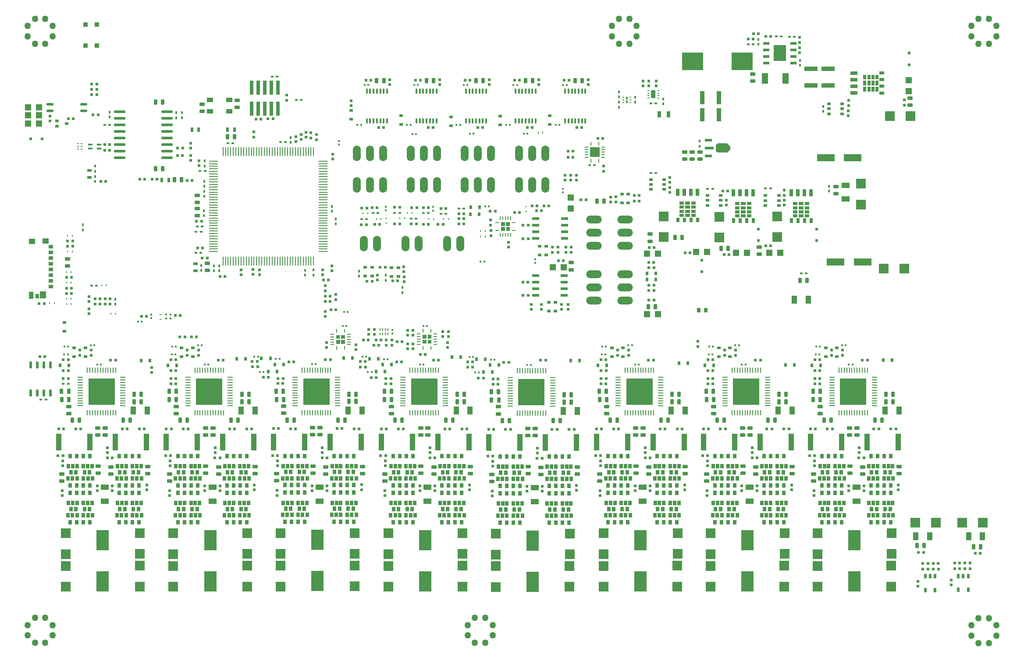
<source format=gtp>
G04*
G04 #@! TF.GenerationSoftware,Altium Limited,Altium Designer,19.0.12 (326)*
G04*
G04 Layer_Color=8421504*
%FSLAX25Y25*%
%MOIN*%
G70*
G01*
G75*
%ADD40O,0.05900X0.11900*%
%ADD41O,0.11900X0.05900*%
%ADD42R,0.02756X0.03543*%
%ADD43R,0.01181X0.02359*%
%ADD44R,0.01201X0.01024*%
%ADD45C,0.05000*%
G04:AMPARAMS|DCode=46|XSize=20mil|YSize=22mil|CornerRadius=3.4mil|HoleSize=0mil|Usage=FLASHONLY|Rotation=180.000|XOffset=0mil|YOffset=0mil|HoleType=Round|Shape=RoundedRectangle|*
%AMROUNDEDRECTD46*
21,1,0.02000,0.01520,0,0,180.0*
21,1,0.01320,0.02200,0,0,180.0*
1,1,0.00680,-0.00660,0.00760*
1,1,0.00680,0.00660,0.00760*
1,1,0.00680,0.00660,-0.00760*
1,1,0.00680,-0.00660,-0.00760*
%
%ADD46ROUNDEDRECTD46*%
%ADD47R,0.01454X0.01454*%
G04:AMPARAMS|DCode=48|XSize=20mil|YSize=22mil|CornerRadius=3.4mil|HoleSize=0mil|Usage=FLASHONLY|Rotation=270.000|XOffset=0mil|YOffset=0mil|HoleType=Round|Shape=RoundedRectangle|*
%AMROUNDEDRECTD48*
21,1,0.02000,0.01520,0,0,270.0*
21,1,0.01320,0.02200,0,0,270.0*
1,1,0.00680,-0.00760,-0.00660*
1,1,0.00680,-0.00760,0.00660*
1,1,0.00680,0.00760,0.00660*
1,1,0.00680,0.00760,-0.00660*
%
%ADD48ROUNDEDRECTD48*%
%ADD49R,0.02950X0.02162*%
%ADD50O,0.01375X0.04524*%
G04:AMPARAMS|DCode=51|XSize=27.13mil|YSize=37.37mil|CornerRadius=4.83mil|HoleSize=0mil|Usage=FLASHONLY|Rotation=0.000|XOffset=0mil|YOffset=0mil|HoleType=Round|Shape=RoundedRectangle|*
%AMROUNDEDRECTD51*
21,1,0.02713,0.02772,0,0,0.0*
21,1,0.01748,0.03737,0,0,0.0*
1,1,0.00965,0.00874,-0.01386*
1,1,0.00965,-0.00874,-0.01386*
1,1,0.00965,-0.00874,0.01386*
1,1,0.00965,0.00874,0.01386*
%
%ADD51ROUNDEDRECTD51*%
%ADD52R,0.00984X0.01378*%
%ADD53R,0.03343X0.06099*%
%ADD54R,0.01769X0.00784*%
%ADD55R,0.01965X0.01769*%
%ADD56R,0.01769X0.01965*%
%ADD57R,0.02950X0.04721*%
G04:AMPARAMS|DCode=58|XSize=27.13mil|YSize=37.37mil|CornerRadius=4.83mil|HoleSize=0mil|Usage=FLASHONLY|Rotation=90.000|XOffset=0mil|YOffset=0mil|HoleType=Round|Shape=RoundedRectangle|*
%AMROUNDEDRECTD58*
21,1,0.02713,0.02772,0,0,90.0*
21,1,0.01748,0.03737,0,0,90.0*
1,1,0.00965,0.01386,0.00874*
1,1,0.00965,0.01386,-0.00874*
1,1,0.00965,-0.01386,-0.00874*
1,1,0.00965,-0.01386,0.00874*
%
%ADD58ROUNDEDRECTD58*%
%ADD59R,0.05312X0.02162*%
%ADD60R,0.06887X0.02162*%
%ADD61O,0.02950X0.00902*%
%ADD62O,0.00902X0.02950*%
%ADD63R,0.05800X0.02200*%
%ADD64R,0.01378X0.00984*%
%ADD65R,0.01454X0.01454*%
%ADD66R,0.04600X0.04600*%
%ADD67R,0.04600X0.04600*%
%ADD68R,0.02162X0.02950*%
%ADD69R,0.07700X0.07700*%
%ADD70R,0.07700X0.07700*%
%ADD71R,0.04131X0.06493*%
%ADD72R,0.01965X0.03737*%
%ADD73R,0.04328X0.12989*%
%ADD74R,0.02753X0.03540*%
%ADD75R,0.06493X0.04131*%
%ADD76R,0.00587X0.02359*%
%ADD77R,0.00587X0.02162*%
%ADD78R,0.09643X0.15351*%
%ADD79R,0.02700X0.03700*%
%ADD80O,0.04524X0.00784*%
%ADD81O,0.00784X0.04524*%
%ADD82R,0.19879X0.19879*%
%ADD83R,0.03737X0.02556*%
%ADD84R,0.04524X0.03934*%
%ADD85R,0.04524X0.04328*%
%ADD86R,0.04524X0.05509*%
%ADD87R,0.02531X0.03737*%
%ADD88R,0.03343X0.05312*%
%ADD89O,0.02162X0.05706*%
%ADD90R,0.02753X0.10824*%
%ADD91R,0.01375X0.00902*%
%ADD92O,0.06887X0.00781*%
%ADD93O,0.00781X0.06887*%
%ADD94R,0.04524X0.03343*%
%ADD95O,0.08855X0.02162*%
%ADD96R,0.03147X0.02162*%
%ADD97R,0.02200X0.02200*%
%ADD98R,0.03737X0.03343*%
%ADD99R,0.03343X0.01375*%
%ADD100R,0.07800X0.07800*%
%ADD101R,0.02950X0.01965*%
%ADD102O,0.05509X0.01965*%
%ADD103R,0.03265X0.02438*%
%ADD104R,0.10430X0.03540*%
%ADD105R,0.04800X0.08100*%
%ADD106R,0.15942X0.13580*%
%ADD107R,0.04721X0.01965*%
%ADD108R,0.09249X0.12005*%
%ADD109R,0.13186X0.05312*%
%ADD110R,0.02600X0.05400*%
%ADD111R,0.05400X0.02600*%
%ADD112R,0.03540X0.10430*%
%ADD113R,0.02438X0.03265*%
%ADD114R,0.02200X0.02200*%
G36*
X656727Y437889D02*
X653184D01*
Y440251D01*
X656727D01*
Y437889D01*
D02*
G37*
G36*
X652593Y434050D02*
X650231D01*
Y437594D01*
X652593D01*
Y434050D01*
D02*
G37*
G36*
X649542D02*
X647180D01*
Y437594D01*
X649542D01*
Y434050D01*
D02*
G37*
G36*
X646392D02*
X644030D01*
Y437594D01*
X646392D01*
Y434050D01*
D02*
G37*
G36*
X643341D02*
X640979D01*
Y437594D01*
X643341D01*
Y434050D01*
D02*
G37*
G36*
X656727Y432771D02*
X653184D01*
Y435133D01*
X656727D01*
Y432771D01*
D02*
G37*
G36*
X652593Y429523D02*
X650231D01*
Y433066D01*
X652593D01*
Y429523D01*
D02*
G37*
G36*
X649542D02*
X647180D01*
Y433066D01*
X649542D01*
Y429523D01*
D02*
G37*
G36*
X646392D02*
X644030D01*
Y433066D01*
X646392D01*
Y429523D01*
D02*
G37*
G36*
X643341D02*
X640979D01*
Y433066D01*
X643341D01*
Y429523D01*
D02*
G37*
G36*
X656727Y427751D02*
X653184D01*
Y430113D01*
X656727D01*
Y427751D01*
D02*
G37*
G36*
X652593Y424995D02*
X650231D01*
Y428539D01*
X652593D01*
Y424995D01*
D02*
G37*
G36*
X649542D02*
X647180D01*
Y428539D01*
X649542D01*
Y424995D01*
D02*
G37*
G36*
X646392D02*
X644030D01*
Y428539D01*
X646392D01*
Y424995D01*
D02*
G37*
G36*
X643341D02*
X640979D01*
Y428539D01*
X643341D01*
Y424995D01*
D02*
G37*
G36*
X656727Y422633D02*
X653184D01*
Y424995D01*
X656727D01*
Y422633D01*
D02*
G37*
G36*
X539883Y383075D02*
X539883Y380676D01*
X537582Y378376D01*
X530083Y378376D01*
X528683Y379776D01*
X528682Y383975D01*
X530082Y385375D01*
X537583Y385376D01*
X539883Y383075D01*
D02*
G37*
G36*
X513661Y338756D02*
X510118D01*
Y341118D01*
X513661D01*
Y338756D01*
D02*
G37*
G36*
X509134D02*
X505591D01*
Y341118D01*
X509134D01*
Y338756D01*
D02*
G37*
G36*
X504606D02*
X501063D01*
Y341118D01*
X504606D01*
Y338756D01*
D02*
G37*
G36*
X600010Y338356D02*
X596467D01*
Y340719D01*
X600010D01*
Y338356D01*
D02*
G37*
G36*
X595483D02*
X591940D01*
Y340719D01*
X595483D01*
Y338356D01*
D02*
G37*
G36*
X590955D02*
X587412D01*
Y340719D01*
X590955D01*
Y338356D01*
D02*
G37*
G36*
X556011Y338356D02*
X552468D01*
Y340718D01*
X556011D01*
Y338356D01*
D02*
G37*
G36*
X551483D02*
X547940D01*
Y340718D01*
X551483D01*
Y338356D01*
D02*
G37*
G36*
X546956D02*
X543413D01*
Y340718D01*
X546956D01*
Y338356D01*
D02*
G37*
G36*
X513661Y335705D02*
X510118D01*
Y338067D01*
X513661D01*
Y335705D01*
D02*
G37*
G36*
X509134D02*
X505591D01*
Y338067D01*
X509134D01*
Y335705D01*
D02*
G37*
G36*
X504606D02*
X501063D01*
Y338067D01*
X504606D01*
Y335705D01*
D02*
G37*
G36*
X600010Y335305D02*
X596467D01*
Y337667D01*
X600010D01*
Y335305D01*
D02*
G37*
G36*
X595483D02*
X591940D01*
Y337667D01*
X595483D01*
Y335305D01*
D02*
G37*
G36*
X590955D02*
X587412D01*
Y337667D01*
X590955D01*
Y335305D01*
D02*
G37*
G36*
X556011Y335305D02*
X552468D01*
Y337667D01*
X556011D01*
Y335305D01*
D02*
G37*
G36*
X551483D02*
X547940D01*
Y337667D01*
X551483D01*
Y335305D01*
D02*
G37*
G36*
X546956D02*
X543413D01*
Y337667D01*
X546956D01*
Y335305D01*
D02*
G37*
G36*
X513661Y332555D02*
X510118D01*
Y334917D01*
X513661D01*
Y332555D01*
D02*
G37*
G36*
X509134D02*
X505591D01*
Y334917D01*
X509134D01*
Y332555D01*
D02*
G37*
G36*
X504606D02*
X501063D01*
Y334917D01*
X504606D01*
Y332555D01*
D02*
G37*
G36*
X600010Y332155D02*
X596467D01*
Y334518D01*
X600010D01*
Y332155D01*
D02*
G37*
G36*
X595483D02*
X591940D01*
Y334518D01*
X595483D01*
Y332155D01*
D02*
G37*
G36*
X590955D02*
X587412D01*
Y334518D01*
X590955D01*
Y332155D01*
D02*
G37*
G36*
X556011Y332155D02*
X552468D01*
Y334517D01*
X556011D01*
Y332155D01*
D02*
G37*
G36*
X551483D02*
X547940D01*
Y334517D01*
X551483D01*
Y332155D01*
D02*
G37*
G36*
X546956D02*
X543413D01*
Y334517D01*
X546956D01*
Y332155D01*
D02*
G37*
G36*
X513661Y329504D02*
X510118D01*
Y331866D01*
X513661D01*
Y329504D01*
D02*
G37*
G36*
X509134D02*
X505591D01*
Y331866D01*
X509134D01*
Y329504D01*
D02*
G37*
G36*
X504606D02*
X501063D01*
Y331866D01*
X504606D01*
Y329504D01*
D02*
G37*
G36*
X600010Y329104D02*
X596467D01*
Y331467D01*
X600010D01*
Y329104D01*
D02*
G37*
G36*
X595483D02*
X591940D01*
Y331467D01*
X595483D01*
Y329104D01*
D02*
G37*
G36*
X590955D02*
X587412D01*
Y331467D01*
X590955D01*
Y329104D01*
D02*
G37*
G36*
X556011Y329104D02*
X552468D01*
Y331466D01*
X556011D01*
Y329104D01*
D02*
G37*
G36*
X551483D02*
X547940D01*
Y331466D01*
X551483D01*
Y329104D01*
D02*
G37*
G36*
X546956D02*
X543413D01*
Y331466D01*
X546956D01*
Y329104D01*
D02*
G37*
G36*
X516319Y325370D02*
X513957D01*
Y328913D01*
X516319D01*
Y325370D01*
D02*
G37*
G36*
X511201D02*
X508839D01*
Y328913D01*
X511201D01*
Y325370D01*
D02*
G37*
G36*
X506181D02*
X503819D01*
Y328913D01*
X506181D01*
Y325370D01*
D02*
G37*
G36*
X501063D02*
X498701D01*
Y328913D01*
X501063D01*
Y325370D01*
D02*
G37*
G36*
X602668Y324971D02*
X600306D01*
Y328514D01*
X602668D01*
Y324971D01*
D02*
G37*
G36*
X597550D02*
X595188D01*
Y328514D01*
X597550D01*
Y324971D01*
D02*
G37*
G36*
X592530D02*
X590168D01*
Y328514D01*
X592530D01*
Y324971D01*
D02*
G37*
G36*
X587412D02*
X585050D01*
Y328514D01*
X587412D01*
Y324971D01*
D02*
G37*
G36*
X558669Y324970D02*
X556306D01*
Y328513D01*
X558669D01*
Y324970D01*
D02*
G37*
G36*
X553550D02*
X551188D01*
Y328513D01*
X553550D01*
Y324970D01*
D02*
G37*
G36*
X548531D02*
X546169D01*
Y328513D01*
X548531D01*
Y324970D01*
D02*
G37*
G36*
X543413D02*
X541050D01*
Y328513D01*
X543413D01*
Y324970D01*
D02*
G37*
G36*
X372200Y322630D02*
X369326D01*
Y325465D01*
X372200D01*
Y322630D01*
D02*
G37*
G36*
X368421Y322591D02*
X365586D01*
Y325465D01*
X368421D01*
Y322591D01*
D02*
G37*
G36*
X372200Y318851D02*
X369365D01*
Y321725D01*
X372200D01*
Y318851D01*
D02*
G37*
G36*
X368460D02*
X365586D01*
Y321685D01*
X368460D01*
Y318851D01*
D02*
G37*
G36*
X312559Y236890D02*
X309685D01*
Y239724D01*
X312559D01*
Y236890D01*
D02*
G37*
G36*
X308780Y236850D02*
X305945D01*
Y239724D01*
X308780D01*
Y236850D01*
D02*
G37*
G36*
X246783Y236789D02*
X243909D01*
Y239624D01*
X246783D01*
Y236789D01*
D02*
G37*
G36*
X243004Y236750D02*
X240169D01*
Y239624D01*
X243004D01*
Y236750D01*
D02*
G37*
G36*
X312559Y233110D02*
X309724D01*
Y235984D01*
X312559D01*
Y233110D01*
D02*
G37*
G36*
X308819D02*
X305945D01*
Y235945D01*
X308819D01*
Y233110D01*
D02*
G37*
G36*
X246783Y233009D02*
X243948D01*
Y235883D01*
X246783D01*
Y233009D01*
D02*
G37*
G36*
X243043D02*
X240169D01*
Y235844D01*
X243043D01*
Y233009D01*
D02*
G37*
G54D40*
X389035Y377700D02*
D03*
X399035D02*
D03*
X379035D02*
D03*
X399035Y353700D02*
D03*
X379035D02*
D03*
X389035D02*
D03*
X303000Y309100D02*
D03*
X293000D02*
D03*
X265700Y353700D02*
D03*
X255700D02*
D03*
X275700D02*
D03*
X357800D02*
D03*
X337800D02*
D03*
X347800D02*
D03*
X316750D02*
D03*
X296750D02*
D03*
X306750D02*
D03*
X337800Y377700D02*
D03*
X357800D02*
D03*
X347800D02*
D03*
X296750D02*
D03*
X316750D02*
D03*
X306750D02*
D03*
X255700D02*
D03*
X275700D02*
D03*
X265700D02*
D03*
X334500Y309100D02*
D03*
X324500D02*
D03*
X271300D02*
D03*
X261300D02*
D03*
G54D41*
X436024Y265945D02*
D03*
Y285945D02*
D03*
Y275945D02*
D03*
Y307520D02*
D03*
Y327520D02*
D03*
Y317520D02*
D03*
X459842Y285945D02*
D03*
Y265945D02*
D03*
Y275945D02*
D03*
Y327421D02*
D03*
Y307421D02*
D03*
Y317421D02*
D03*
G54D42*
X645016Y130572D02*
D03*
X651905D02*
D03*
X648461D02*
D03*
X645291Y139746D02*
D03*
X647221Y135257D02*
D03*
X651098D02*
D03*
X648598Y139746D02*
D03*
X651905D02*
D03*
X656709D02*
D03*
X660016D02*
D03*
X657516Y135257D02*
D03*
X661394D02*
D03*
X663323Y139746D02*
D03*
X660153Y130572D02*
D03*
X656709D02*
D03*
X663598D02*
D03*
X661807Y125258D02*
D03*
X656807D02*
D03*
X651807D02*
D03*
X646807D02*
D03*
X645016Y102620D02*
D03*
X651905D02*
D03*
X648461D02*
D03*
X645291Y111793D02*
D03*
X647221Y107305D02*
D03*
X651098D02*
D03*
X648598Y111793D02*
D03*
X651905D02*
D03*
X656709D02*
D03*
X660016D02*
D03*
X657516Y107305D02*
D03*
X661394D02*
D03*
X663323Y111793D02*
D03*
X660154Y102620D02*
D03*
X656709D02*
D03*
X663598D02*
D03*
X661807Y97305D02*
D03*
X656807D02*
D03*
X651807D02*
D03*
X646807D02*
D03*
X609558Y125258D02*
D03*
X614558D02*
D03*
X619558D02*
D03*
X624558D02*
D03*
X626350Y130572D02*
D03*
X619460D02*
D03*
X622905D02*
D03*
X626074Y139746D02*
D03*
X624145Y135257D02*
D03*
X620267D02*
D03*
X622767Y139746D02*
D03*
X619460D02*
D03*
X614657D02*
D03*
X611350D02*
D03*
X613850Y135257D02*
D03*
X609972D02*
D03*
X608042Y139746D02*
D03*
X611212Y130572D02*
D03*
X614657D02*
D03*
X607767D02*
D03*
X607767Y102620D02*
D03*
X614657D02*
D03*
X611212D02*
D03*
X608042Y111793D02*
D03*
X609972Y107305D02*
D03*
X613850D02*
D03*
X611350Y111793D02*
D03*
X614657D02*
D03*
X619460D02*
D03*
X622767D02*
D03*
X620267Y107305D02*
D03*
X624145D02*
D03*
X626074Y111793D02*
D03*
X622905Y102620D02*
D03*
X619460D02*
D03*
X626350D02*
D03*
X624558Y97305D02*
D03*
X619558D02*
D03*
X614558D02*
D03*
X609558D02*
D03*
X563716Y130572D02*
D03*
X570606D02*
D03*
X567161D02*
D03*
X563991Y139746D02*
D03*
X565920Y135257D02*
D03*
X569798D02*
D03*
X567298Y139746D02*
D03*
X570606D02*
D03*
X575409D02*
D03*
X578716D02*
D03*
X576216Y135257D02*
D03*
X580094D02*
D03*
X582023Y139746D02*
D03*
X578854Y130572D02*
D03*
X575409D02*
D03*
X582298D02*
D03*
X580507Y125258D02*
D03*
X575507D02*
D03*
X570507D02*
D03*
X565507D02*
D03*
X526467Y130572D02*
D03*
X533357D02*
D03*
X529912D02*
D03*
X526743Y139746D02*
D03*
X528672Y135257D02*
D03*
X532550D02*
D03*
X530050Y139746D02*
D03*
X533357D02*
D03*
X538160D02*
D03*
X541467D02*
D03*
X538967Y135257D02*
D03*
X542845D02*
D03*
X544774Y139746D02*
D03*
X541605Y130572D02*
D03*
X538160D02*
D03*
X545050D02*
D03*
X543258Y125258D02*
D03*
X538258D02*
D03*
X533258D02*
D03*
X528258D02*
D03*
X526467Y102620D02*
D03*
X533357D02*
D03*
X529912D02*
D03*
X526743Y111793D02*
D03*
X528672Y107305D02*
D03*
X532550D02*
D03*
X530050Y111793D02*
D03*
X533357D02*
D03*
X538160D02*
D03*
X541467D02*
D03*
X538967Y107305D02*
D03*
X542845D02*
D03*
X544774Y111793D02*
D03*
X541605Y102620D02*
D03*
X538160D02*
D03*
X545050D02*
D03*
X543258Y97305D02*
D03*
X538258D02*
D03*
X533258D02*
D03*
X528258D02*
D03*
X400360Y130275D02*
D03*
X407250D02*
D03*
X403805D02*
D03*
X400636Y139448D02*
D03*
X402565Y134960D02*
D03*
X406443D02*
D03*
X403943Y139448D02*
D03*
X407250D02*
D03*
X412053D02*
D03*
X415360D02*
D03*
X412860Y134960D02*
D03*
X416738D02*
D03*
X418667Y139448D02*
D03*
X415498Y130275D02*
D03*
X412053D02*
D03*
X418943D02*
D03*
X417151Y124960D02*
D03*
X412151D02*
D03*
X407152D02*
D03*
X402151D02*
D03*
X445167Y130572D02*
D03*
X452057D02*
D03*
X448612D02*
D03*
X445442Y139746D02*
D03*
X447372Y135257D02*
D03*
X451250D02*
D03*
X448750Y139746D02*
D03*
X452057D02*
D03*
X456860D02*
D03*
X460167D02*
D03*
X457667Y135257D02*
D03*
X461545D02*
D03*
X463474Y139746D02*
D03*
X460305Y130572D02*
D03*
X456860D02*
D03*
X463750D02*
D03*
X461958Y125258D02*
D03*
X456958D02*
D03*
X451958D02*
D03*
X446958D02*
D03*
X482416Y130572D02*
D03*
X489305D02*
D03*
X485861D02*
D03*
X482691Y139746D02*
D03*
X484621Y135257D02*
D03*
X488498D02*
D03*
X485998Y139746D02*
D03*
X489305D02*
D03*
X494109D02*
D03*
X497416D02*
D03*
X494916Y135257D02*
D03*
X498794D02*
D03*
X500723Y139746D02*
D03*
X497553Y130572D02*
D03*
X494109D02*
D03*
X500998D02*
D03*
X499207Y125258D02*
D03*
X494207D02*
D03*
X489207D02*
D03*
X484207D02*
D03*
X482416Y102620D02*
D03*
X489305D02*
D03*
X485861D02*
D03*
X482691Y111793D02*
D03*
X484621Y107305D02*
D03*
X488498D02*
D03*
X485998Y111793D02*
D03*
X489305D02*
D03*
X494109D02*
D03*
X497416D02*
D03*
X494916Y107305D02*
D03*
X498794D02*
D03*
X500723Y111793D02*
D03*
X497554Y102620D02*
D03*
X494109D02*
D03*
X500998D02*
D03*
X499207Y97305D02*
D03*
X494207D02*
D03*
X489207D02*
D03*
X484207D02*
D03*
X445167Y102620D02*
D03*
X452057D02*
D03*
X448612D02*
D03*
X445442Y111793D02*
D03*
X447372Y107305D02*
D03*
X451250D02*
D03*
X448750Y111793D02*
D03*
X452057D02*
D03*
X456860D02*
D03*
X460167D02*
D03*
X457667Y107305D02*
D03*
X461545D02*
D03*
X463474Y111793D02*
D03*
X460305Y102620D02*
D03*
X456860D02*
D03*
X463750D02*
D03*
X461958Y97305D02*
D03*
X456958D02*
D03*
X451958D02*
D03*
X446958D02*
D03*
X363111Y130275D02*
D03*
X370001D02*
D03*
X366556D02*
D03*
X363387Y139448D02*
D03*
X365316Y134960D02*
D03*
X369194D02*
D03*
X366694Y139448D02*
D03*
X370001D02*
D03*
X374804D02*
D03*
X378111D02*
D03*
X375611Y134960D02*
D03*
X379489D02*
D03*
X381418Y139448D02*
D03*
X378249Y130275D02*
D03*
X374804D02*
D03*
X381694D02*
D03*
X379903Y124960D02*
D03*
X374903D02*
D03*
X369903D02*
D03*
X364903D02*
D03*
X363111Y102322D02*
D03*
X370001D02*
D03*
X366556D02*
D03*
X363387Y111495D02*
D03*
X365316Y107007D02*
D03*
X369194D02*
D03*
X366694Y111495D02*
D03*
X370001D02*
D03*
X374804D02*
D03*
X378111D02*
D03*
X375611Y107007D02*
D03*
X379489D02*
D03*
X381418Y111495D02*
D03*
X378249Y102322D02*
D03*
X374804D02*
D03*
X381694D02*
D03*
X379903Y97007D02*
D03*
X374903D02*
D03*
X369903D02*
D03*
X364903D02*
D03*
X400360Y102322D02*
D03*
X407250D02*
D03*
X403805D02*
D03*
X400636Y111495D02*
D03*
X402565Y107007D02*
D03*
X406443D02*
D03*
X403943Y111495D02*
D03*
X407250D02*
D03*
X412053D02*
D03*
X415360D02*
D03*
X412860Y107007D02*
D03*
X416738D02*
D03*
X418667Y111495D02*
D03*
X415498Y102322D02*
D03*
X412053D02*
D03*
X418943D02*
D03*
X417151Y97007D02*
D03*
X412151D02*
D03*
X407152D02*
D03*
X402151D02*
D03*
X281584Y130572D02*
D03*
X288474D02*
D03*
X285029D02*
D03*
X281860Y139746D02*
D03*
X283789Y135257D02*
D03*
X287667D02*
D03*
X285167Y139746D02*
D03*
X288474D02*
D03*
X293277D02*
D03*
X296584D02*
D03*
X294084Y135257D02*
D03*
X297962D02*
D03*
X299891Y139746D02*
D03*
X296722Y130572D02*
D03*
X293277D02*
D03*
X300167D02*
D03*
X298376Y125258D02*
D03*
X293376D02*
D03*
X288376D02*
D03*
X283376D02*
D03*
X318833Y102620D02*
D03*
X325723D02*
D03*
X322278D02*
D03*
X319109Y111793D02*
D03*
X321038Y107305D02*
D03*
X324916D02*
D03*
X322416Y111793D02*
D03*
X325723D02*
D03*
X330526D02*
D03*
X333833D02*
D03*
X331333Y107305D02*
D03*
X335211D02*
D03*
X337140Y111793D02*
D03*
X333971Y102620D02*
D03*
X330526D02*
D03*
X337416D02*
D03*
X335624Y97305D02*
D03*
X330624D02*
D03*
X325624D02*
D03*
X320624D02*
D03*
X318833Y130572D02*
D03*
X325723D02*
D03*
X322278D02*
D03*
X319109Y139746D02*
D03*
X321038Y135257D02*
D03*
X324916D02*
D03*
X322416Y139746D02*
D03*
X325723D02*
D03*
X330526D02*
D03*
X333833D02*
D03*
X331333Y135257D02*
D03*
X335211D02*
D03*
X337140Y139746D02*
D03*
X333971Y130572D02*
D03*
X330526D02*
D03*
X337416D02*
D03*
X335624Y125258D02*
D03*
X330624D02*
D03*
X325624D02*
D03*
X320624D02*
D03*
X236777Y130668D02*
D03*
X243667D02*
D03*
X240222D02*
D03*
X237053Y139842D02*
D03*
X238982Y135353D02*
D03*
X242860D02*
D03*
X240360Y139842D02*
D03*
X243667D02*
D03*
X248470D02*
D03*
X251778D02*
D03*
X249278Y135353D02*
D03*
X253155D02*
D03*
X255085Y139842D02*
D03*
X251915Y130668D02*
D03*
X248470D02*
D03*
X255360D02*
D03*
X253569Y125353D02*
D03*
X248569D02*
D03*
X243569D02*
D03*
X238569D02*
D03*
X281584Y102620D02*
D03*
X288474D02*
D03*
X285029D02*
D03*
X281860Y111793D02*
D03*
X283789Y107305D02*
D03*
X287667D02*
D03*
X285167Y111793D02*
D03*
X288474D02*
D03*
X293277D02*
D03*
X296584D02*
D03*
X294084Y107305D02*
D03*
X297962D02*
D03*
X299891Y111793D02*
D03*
X296722Y102620D02*
D03*
X293277D02*
D03*
X300167D02*
D03*
X298376Y97305D02*
D03*
X293376D02*
D03*
X288376D02*
D03*
X283376D02*
D03*
X236777Y102716D02*
D03*
X243667D02*
D03*
X240222D02*
D03*
X237053Y111889D02*
D03*
X238982Y107401D02*
D03*
X242860D02*
D03*
X240360Y111889D02*
D03*
X243667D02*
D03*
X248470D02*
D03*
X251778D02*
D03*
X249278Y107401D02*
D03*
X253155D02*
D03*
X255085Y111889D02*
D03*
X251915Y102716D02*
D03*
X248470D02*
D03*
X255360D02*
D03*
X253569Y97401D02*
D03*
X248569D02*
D03*
X243569D02*
D03*
X238569D02*
D03*
X199529Y130668D02*
D03*
X206418D02*
D03*
X202974D02*
D03*
X199804Y139842D02*
D03*
X201733Y135353D02*
D03*
X205611D02*
D03*
X203111Y139842D02*
D03*
X206418D02*
D03*
X211222D02*
D03*
X214529D02*
D03*
X212029Y135353D02*
D03*
X215907D02*
D03*
X217836Y139842D02*
D03*
X214667Y130668D02*
D03*
X211222D02*
D03*
X218111D02*
D03*
X216320Y125353D02*
D03*
X211320D02*
D03*
X206320D02*
D03*
X201320D02*
D03*
X199529Y102716D02*
D03*
X206418D02*
D03*
X202974D02*
D03*
X199804Y111889D02*
D03*
X201733Y107401D02*
D03*
X205611D02*
D03*
X203111Y111889D02*
D03*
X206418D02*
D03*
X211222D02*
D03*
X214529D02*
D03*
X212029Y107401D02*
D03*
X215907D02*
D03*
X217836Y111889D02*
D03*
X214667Y102716D02*
D03*
X211222D02*
D03*
X218111D02*
D03*
X216320Y97401D02*
D03*
X211320D02*
D03*
X206320D02*
D03*
X201320D02*
D03*
X155250Y130572D02*
D03*
X162140D02*
D03*
X158695D02*
D03*
X155526Y139746D02*
D03*
X157455Y135257D02*
D03*
X161333D02*
D03*
X158833Y139746D02*
D03*
X162140D02*
D03*
X166943D02*
D03*
X170250D02*
D03*
X167750Y135257D02*
D03*
X171628D02*
D03*
X173557Y139746D02*
D03*
X170388Y130572D02*
D03*
X166943D02*
D03*
X173833D02*
D03*
X172042Y125258D02*
D03*
X167042D02*
D03*
X162042D02*
D03*
X157042D02*
D03*
X118002Y130572D02*
D03*
X124891D02*
D03*
X121447D02*
D03*
X118277Y139746D02*
D03*
X120206Y135257D02*
D03*
X124084D02*
D03*
X121584Y139746D02*
D03*
X124891D02*
D03*
X129694D02*
D03*
X133002D02*
D03*
X130502Y135257D02*
D03*
X134379D02*
D03*
X136309Y139746D02*
D03*
X133139Y130572D02*
D03*
X129694D02*
D03*
X136584D02*
D03*
X134793Y125258D02*
D03*
X129793D02*
D03*
X124793D02*
D03*
X119793D02*
D03*
X118002Y102620D02*
D03*
X124891D02*
D03*
X121447D02*
D03*
X118277Y111793D02*
D03*
X120206Y107305D02*
D03*
X124084D02*
D03*
X121584Y111793D02*
D03*
X124891D02*
D03*
X129694D02*
D03*
X133002D02*
D03*
X130502Y107305D02*
D03*
X134379D02*
D03*
X136309Y111793D02*
D03*
X133139Y102620D02*
D03*
X129694D02*
D03*
X136584D02*
D03*
X134793Y97305D02*
D03*
X129793D02*
D03*
X124793D02*
D03*
X119793D02*
D03*
X155250Y102620D02*
D03*
X162140D02*
D03*
X158695D02*
D03*
X155526Y111793D02*
D03*
X157455Y107305D02*
D03*
X161333D02*
D03*
X158833Y111793D02*
D03*
X162140D02*
D03*
X166943D02*
D03*
X170250D02*
D03*
X167750Y107305D02*
D03*
X171628D02*
D03*
X173557Y111793D02*
D03*
X170388Y102620D02*
D03*
X166943D02*
D03*
X173833D02*
D03*
X172042Y97305D02*
D03*
X167042D02*
D03*
X162042D02*
D03*
X157042D02*
D03*
X563716Y102620D02*
D03*
X570606D02*
D03*
X567161D02*
D03*
X563991Y111793D02*
D03*
X565920Y107305D02*
D03*
X569798D02*
D03*
X567298Y111793D02*
D03*
X570606D02*
D03*
X575409D02*
D03*
X578716D02*
D03*
X576216Y107305D02*
D03*
X580094D02*
D03*
X582023Y111793D02*
D03*
X578854Y102620D02*
D03*
X575409D02*
D03*
X582298D02*
D03*
X580507Y97305D02*
D03*
X575507D02*
D03*
X570507D02*
D03*
X565507D02*
D03*
X36210Y130572D02*
D03*
X43100D02*
D03*
X39655D02*
D03*
X36486Y139746D02*
D03*
X38415Y135257D02*
D03*
X42293D02*
D03*
X39793Y139746D02*
D03*
X43100D02*
D03*
X47903D02*
D03*
X51210D02*
D03*
X48710Y135257D02*
D03*
X52588D02*
D03*
X54517Y139746D02*
D03*
X51348Y130572D02*
D03*
X47903D02*
D03*
X54793D02*
D03*
X53002Y125258D02*
D03*
X48002D02*
D03*
X43002D02*
D03*
X38002D02*
D03*
X73459Y130572D02*
D03*
X80349D02*
D03*
X76904D02*
D03*
X73735Y139746D02*
D03*
X75664Y135257D02*
D03*
X79542D02*
D03*
X77042Y139746D02*
D03*
X80349D02*
D03*
X85152D02*
D03*
X88459D02*
D03*
X85959Y135257D02*
D03*
X89837D02*
D03*
X91766Y139746D02*
D03*
X88597Y130572D02*
D03*
X85152D02*
D03*
X92042D02*
D03*
X90250Y125258D02*
D03*
X85250D02*
D03*
X80250D02*
D03*
X75250D02*
D03*
X73459Y102620D02*
D03*
X80349D02*
D03*
X76904D02*
D03*
X73735Y111793D02*
D03*
X75664Y107305D02*
D03*
X79542D02*
D03*
X77042Y111793D02*
D03*
X80349D02*
D03*
X85152D02*
D03*
X88459D02*
D03*
X85959Y107305D02*
D03*
X89837D02*
D03*
X91766Y111793D02*
D03*
X88597Y102620D02*
D03*
X85152D02*
D03*
X92042D02*
D03*
X90250Y97305D02*
D03*
X85250D02*
D03*
X80250D02*
D03*
X75250D02*
D03*
X36210Y102620D02*
D03*
X43100D02*
D03*
X39655D02*
D03*
X36486Y111793D02*
D03*
X38415Y107305D02*
D03*
X42293D02*
D03*
X39793Y111793D02*
D03*
X43100D02*
D03*
X47903D02*
D03*
X51210D02*
D03*
X48710Y107305D02*
D03*
X52588D02*
D03*
X54517Y111793D02*
D03*
X51348Y102620D02*
D03*
X47903D02*
D03*
X54793D02*
D03*
X53002Y97305D02*
D03*
X48002D02*
D03*
X43002D02*
D03*
X38002D02*
D03*
G54D43*
X461226Y417106D02*
D03*
Y419865D02*
D03*
G54D44*
X46627Y385050D02*
D03*
X46627Y383081D02*
D03*
Y381113D02*
D03*
X43971Y381113D02*
D03*
Y383081D02*
D03*
X43971Y385050D02*
D03*
G54D45*
X449763Y474737D02*
D03*
Y466863D02*
D03*
X455275Y461351D02*
D03*
X463149D02*
D03*
X468661Y466863D02*
D03*
Y474737D02*
D03*
X463149Y480249D02*
D03*
X455275D02*
D03*
X340158Y18937D02*
D03*
Y11063D02*
D03*
X345669Y5551D02*
D03*
X353543D02*
D03*
X359055Y11063D02*
D03*
Y18937D02*
D03*
X353543Y24449D02*
D03*
X345669D02*
D03*
X742049Y10863D02*
D03*
Y18737D02*
D03*
X736537Y24249D02*
D03*
X728663D02*
D03*
X723151Y18737D02*
D03*
Y10863D02*
D03*
X728663Y5351D02*
D03*
X736537D02*
D03*
X24449Y11063D02*
D03*
Y18937D02*
D03*
X18937Y24449D02*
D03*
X11063D02*
D03*
X5551Y18937D02*
D03*
Y11063D02*
D03*
X11063Y5551D02*
D03*
X18937D02*
D03*
X24449Y466863D02*
D03*
Y474737D02*
D03*
X18937Y480249D02*
D03*
X11063D02*
D03*
X5551Y474737D02*
D03*
Y466863D02*
D03*
X11063Y461351D02*
D03*
X18937D02*
D03*
X742049Y466863D02*
D03*
Y474737D02*
D03*
X736537Y480249D02*
D03*
X728663D02*
D03*
X723151Y474737D02*
D03*
Y466863D02*
D03*
X728663Y461351D02*
D03*
X736537D02*
D03*
G54D46*
X266469Y433573D02*
D03*
X262729D02*
D03*
X276141Y397439D02*
D03*
X272352D02*
D03*
X304169Y433573D02*
D03*
X300429D02*
D03*
X313841Y397439D02*
D03*
X310051D02*
D03*
X341868Y433573D02*
D03*
X338128D02*
D03*
X351541Y397439D02*
D03*
X347751D02*
D03*
X379568Y433573D02*
D03*
X375828D02*
D03*
X417268D02*
D03*
X413528D02*
D03*
X426940Y397439D02*
D03*
X423151D02*
D03*
X386026Y312990D02*
D03*
X382236D02*
D03*
X357246Y333740D02*
D03*
X361035D02*
D03*
X401857Y337977D02*
D03*
X398067D02*
D03*
X389067Y337976D02*
D03*
X392857D02*
D03*
X392492Y334053D02*
D03*
X396232D02*
D03*
X386026Y323324D02*
D03*
X382236D02*
D03*
X379530Y332773D02*
D03*
X375740D02*
D03*
X430120Y342517D02*
D03*
X426330D02*
D03*
X385927Y279919D02*
D03*
X382137D02*
D03*
X386026Y269961D02*
D03*
X382236D02*
D03*
X466773Y345765D02*
D03*
X470563D02*
D03*
X470573Y341533D02*
D03*
X466783D02*
D03*
X481665Y294880D02*
D03*
X477925D02*
D03*
X481709Y290746D02*
D03*
X477919D02*
D03*
X477910Y277458D02*
D03*
X481700D02*
D03*
X477910Y273423D02*
D03*
X481700D02*
D03*
X682946Y74054D02*
D03*
X686686D02*
D03*
X694248Y61468D02*
D03*
X698038D02*
D03*
X694148Y65864D02*
D03*
X697938D02*
D03*
X690070Y65708D02*
D03*
X686280D02*
D03*
X686266Y61566D02*
D03*
X690056D02*
D03*
X600709Y168269D02*
D03*
X604499D02*
D03*
X648957Y168300D02*
D03*
X652746D02*
D03*
X665746Y168200D02*
D03*
X661957D02*
D03*
X641457Y146100D02*
D03*
X637667D02*
D03*
X560157D02*
D03*
X556367D02*
D03*
X518819Y147895D02*
D03*
X522609D02*
D03*
X600119D02*
D03*
X603909D02*
D03*
X617423Y168171D02*
D03*
X613633D02*
D03*
X640228Y220669D02*
D03*
X644017D02*
D03*
X604125Y220966D02*
D03*
X607915D02*
D03*
X567657Y168300D02*
D03*
X571447D02*
D03*
X584446Y168200D02*
D03*
X580657D02*
D03*
X558928Y220669D02*
D03*
X562717D02*
D03*
X522825Y220966D02*
D03*
X526615D02*
D03*
X441525D02*
D03*
X445315D02*
D03*
X477628Y220669D02*
D03*
X481417D02*
D03*
X536123Y168171D02*
D03*
X532333D02*
D03*
X519410Y168269D02*
D03*
X523199D02*
D03*
X322774Y168300D02*
D03*
X326564D02*
D03*
X503147Y168200D02*
D03*
X499357D02*
D03*
X486357Y168300D02*
D03*
X490146D02*
D03*
X454823Y168171D02*
D03*
X451033D02*
D03*
X438109Y168269D02*
D03*
X441899D02*
D03*
X437519Y147895D02*
D03*
X441309D02*
D03*
X478857Y146100D02*
D03*
X475067D02*
D03*
X404301Y168002D02*
D03*
X408091D02*
D03*
X421091Y167902D02*
D03*
X417301D02*
D03*
X286586Y234643D02*
D03*
X290326D02*
D03*
X274136Y235726D02*
D03*
X270346D02*
D03*
X264637Y235923D02*
D03*
X260897D02*
D03*
X272511Y231887D02*
D03*
X268771D02*
D03*
X395572Y220372D02*
D03*
X399362D02*
D03*
X367619Y218797D02*
D03*
X371409D02*
D03*
X343839Y219131D02*
D03*
X340049D02*
D03*
X340159Y215050D02*
D03*
X343948D02*
D03*
X372767Y167873D02*
D03*
X368977D02*
D03*
X356054Y167972D02*
D03*
X359844D02*
D03*
X396801Y145802D02*
D03*
X393011D02*
D03*
X355463Y147598D02*
D03*
X359253D02*
D03*
X273936Y147895D02*
D03*
X277726D02*
D03*
X315274Y146100D02*
D03*
X311484D02*
D03*
X339564Y168200D02*
D03*
X335774D02*
D03*
X314045Y220669D02*
D03*
X317835D02*
D03*
X286092Y219094D02*
D03*
X289882D02*
D03*
X262176Y219429D02*
D03*
X258386D02*
D03*
X258631Y215348D02*
D03*
X262421D02*
D03*
X304148Y224828D02*
D03*
X307938D02*
D03*
X274527Y168269D02*
D03*
X278317D02*
D03*
X291240Y168171D02*
D03*
X287450D02*
D03*
X239834Y258757D02*
D03*
X236094D02*
D03*
X231832Y265057D02*
D03*
X235622D02*
D03*
X231832Y269191D02*
D03*
X235622D02*
D03*
X230582Y281395D02*
D03*
X234322D02*
D03*
X231989Y220765D02*
D03*
X235779D02*
D03*
X209185Y168267D02*
D03*
X205395D02*
D03*
X192471Y168365D02*
D03*
X196261D02*
D03*
X257508Y168296D02*
D03*
X253718D02*
D03*
X240719Y168396D02*
D03*
X244508D02*
D03*
X233219Y146196D02*
D03*
X229429D02*
D03*
X191881Y147991D02*
D03*
X195670D02*
D03*
X204037Y219190D02*
D03*
X207826D02*
D03*
X176576Y215444D02*
D03*
X180366D02*
D03*
X180120Y219525D02*
D03*
X176330D02*
D03*
X150462Y220669D02*
D03*
X154252D02*
D03*
X125127Y238287D02*
D03*
X121337D02*
D03*
X114360Y220966D02*
D03*
X118150D02*
D03*
X159191Y168300D02*
D03*
X162981D02*
D03*
X175981Y168200D02*
D03*
X172191D02*
D03*
X127657Y168171D02*
D03*
X123868D02*
D03*
X110944Y168269D02*
D03*
X114734D02*
D03*
X151691Y146100D02*
D03*
X147901D02*
D03*
X110354Y147895D02*
D03*
X114143D02*
D03*
X68671Y220669D02*
D03*
X72461D02*
D03*
X32568Y220966D02*
D03*
X36358D02*
D03*
X29153Y168269D02*
D03*
X32943D02*
D03*
X42076Y168171D02*
D03*
X45866D02*
D03*
X90400Y168200D02*
D03*
X94190D02*
D03*
X81190Y168300D02*
D03*
X77400D02*
D03*
X66110Y146100D02*
D03*
X69900D02*
D03*
X32352Y147895D02*
D03*
X28562D02*
D03*
X726080Y73508D02*
D03*
X729820D02*
D03*
X385451Y397439D02*
D03*
X389241D02*
D03*
X64818Y356576D02*
D03*
X61028D02*
D03*
X607946Y206400D02*
D03*
X604157D02*
D03*
X607972Y212403D02*
D03*
X604183D02*
D03*
X604173Y202598D02*
D03*
X607912D02*
D03*
X526647Y206400D02*
D03*
X522857D02*
D03*
X526673Y212403D02*
D03*
X522883D02*
D03*
X522872Y202598D02*
D03*
X526613D02*
D03*
X445346Y206400D02*
D03*
X441557D02*
D03*
X445372Y212403D02*
D03*
X441583D02*
D03*
X441573Y202598D02*
D03*
X445312D02*
D03*
X363291Y206102D02*
D03*
X359501D02*
D03*
X352096Y206987D02*
D03*
X348307D02*
D03*
X359517Y202301D02*
D03*
X363257D02*
D03*
X281764Y206400D02*
D03*
X277974D02*
D03*
X270569Y207285D02*
D03*
X266779D02*
D03*
X277990Y202598D02*
D03*
X281730D02*
D03*
X199708Y206496D02*
D03*
X195919D02*
D03*
X188514Y207381D02*
D03*
X184724D02*
D03*
X195934Y202694D02*
D03*
X199674D02*
D03*
X118181Y206400D02*
D03*
X114391D02*
D03*
X118207Y212403D02*
D03*
X114417D02*
D03*
X114407Y202598D02*
D03*
X118147D02*
D03*
X481763Y266139D02*
D03*
X477974D02*
D03*
X478200Y306297D02*
D03*
X481990D02*
D03*
X570609Y307576D02*
D03*
X566819D02*
D03*
X538870Y300687D02*
D03*
X535080D02*
D03*
X509244Y302261D02*
D03*
X505454D02*
D03*
X133976Y238307D02*
D03*
X130187D02*
D03*
X32626Y212403D02*
D03*
X36416D02*
D03*
X32600Y206400D02*
D03*
X36390D02*
D03*
X95973Y253942D02*
D03*
X92183D02*
D03*
X151839Y284060D02*
D03*
X155628D02*
D03*
X121661Y254490D02*
D03*
X117871D02*
D03*
X710450Y61928D02*
D03*
X714239D02*
D03*
X722050Y61828D02*
D03*
X718260D02*
D03*
X722039Y66228D02*
D03*
X718250D02*
D03*
X714250Y66128D02*
D03*
X710460D02*
D03*
X570654Y466685D02*
D03*
X566865D02*
D03*
X138491Y305998D02*
D03*
X134702D02*
D03*
X14868Y223268D02*
D03*
X18658D02*
D03*
X137800Y326048D02*
D03*
X134010D02*
D03*
X90800Y358200D02*
D03*
X94590D02*
D03*
X104000D02*
D03*
X100210D02*
D03*
X288389Y336688D02*
D03*
X284599D02*
D03*
X277463Y291139D02*
D03*
X273673D02*
D03*
X138305Y298214D02*
D03*
X142095D02*
D03*
X36000Y311248D02*
D03*
X39790D02*
D03*
X36000Y307148D02*
D03*
X39790D02*
D03*
X35101Y283548D02*
D03*
X38891D02*
D03*
X38900Y271348D02*
D03*
X35110D02*
D03*
X38900Y275348D02*
D03*
X35110D02*
D03*
X297596Y336659D02*
D03*
X301385D02*
D03*
X54314Y422394D02*
D03*
X58104D02*
D03*
X54316Y426500D02*
D03*
X58105D02*
D03*
X537856Y349031D02*
D03*
X534066D02*
D03*
X58133Y430490D02*
D03*
X54343D02*
D03*
X64100Y380100D02*
D03*
X67890D02*
D03*
X64100Y384500D02*
D03*
X67890D02*
D03*
X119600Y381800D02*
D03*
X123390D02*
D03*
X119500Y376300D02*
D03*
X123290D02*
D03*
X130600Y357100D02*
D03*
X126810D02*
D03*
X412896Y296061D02*
D03*
X409106D02*
D03*
X442805Y389027D02*
D03*
X439015D02*
D03*
X420249Y374846D02*
D03*
X416460D02*
D03*
X273230Y323718D02*
D03*
X269441D02*
D03*
X271248Y336560D02*
D03*
X267458D02*
D03*
X263075Y323403D02*
D03*
X259286D02*
D03*
X310136Y323846D02*
D03*
X306346D02*
D03*
X297242Y324198D02*
D03*
X301031D02*
D03*
X288376Y324315D02*
D03*
X284587D02*
D03*
X14269Y263666D02*
D03*
X18059D02*
D03*
X263388Y336316D02*
D03*
X259598D02*
D03*
X420249Y379570D02*
D03*
X416460D02*
D03*
X188300Y404037D02*
D03*
X192090D02*
D03*
X182900Y403937D02*
D03*
X179110D02*
D03*
X267452Y280670D02*
D03*
X263662D02*
D03*
X323552Y336016D02*
D03*
X319762D02*
D03*
X321442Y323848D02*
D03*
X317652D02*
D03*
X286967Y280694D02*
D03*
X283177D02*
D03*
X333442Y328135D02*
D03*
X337232D02*
D03*
X337262Y331973D02*
D03*
X333472D02*
D03*
X333462Y324198D02*
D03*
X337252D02*
D03*
X40156Y404214D02*
D03*
X36366D02*
D03*
X55314Y407064D02*
D03*
X59104D02*
D03*
X310174Y336622D02*
D03*
X306384D02*
D03*
X561314Y468851D02*
D03*
X557524D02*
D03*
X557235Y464818D02*
D03*
X553445D02*
D03*
G54D47*
X261844Y429694D02*
D03*
X264599D02*
D03*
X256259Y399604D02*
D03*
X259015D02*
D03*
X299543Y429694D02*
D03*
X302299D02*
D03*
X293959Y399604D02*
D03*
X296715D02*
D03*
X337243Y429694D02*
D03*
X339999D02*
D03*
X331659Y399604D02*
D03*
X334415D02*
D03*
X341732Y392997D02*
D03*
X344488D02*
D03*
X369359Y399604D02*
D03*
X372115D02*
D03*
X374943Y429694D02*
D03*
X377699D02*
D03*
X412643D02*
D03*
X415399D02*
D03*
X352750Y295470D02*
D03*
X349994D02*
D03*
X624903Y231791D02*
D03*
X627659D02*
D03*
X607876Y230906D02*
D03*
X605120D02*
D03*
X607580Y224803D02*
D03*
X604824D02*
D03*
X526576Y230906D02*
D03*
X523820D02*
D03*
X523524Y224803D02*
D03*
X526280D02*
D03*
X462303Y231791D02*
D03*
X465059D02*
D03*
X445276Y230906D02*
D03*
X442520D02*
D03*
X442224Y224803D02*
D03*
X444980D02*
D03*
X306370Y246651D02*
D03*
X309125D02*
D03*
X357905Y220962D02*
D03*
X360661D02*
D03*
X344342Y222872D02*
D03*
X341586D02*
D03*
X348555Y211120D02*
D03*
X345799D02*
D03*
X276378Y221260D02*
D03*
X279134D02*
D03*
X262815Y223169D02*
D03*
X260059D02*
D03*
X267028Y211417D02*
D03*
X264272D02*
D03*
X245149Y246651D02*
D03*
X247905D02*
D03*
X194322Y221356D02*
D03*
X197078D02*
D03*
X184972Y211513D02*
D03*
X182216D02*
D03*
X180759Y223265D02*
D03*
X178004D02*
D03*
X135138Y231791D02*
D03*
X137894D02*
D03*
X118110Y230906D02*
D03*
X115354D02*
D03*
X115059Y224803D02*
D03*
X117815D02*
D03*
X543603Y231791D02*
D03*
X546359D02*
D03*
X53347D02*
D03*
X56102D02*
D03*
X36319Y230906D02*
D03*
X33563D02*
D03*
X33268Y224803D02*
D03*
X36024D02*
D03*
X248791Y257281D02*
D03*
X246035D02*
D03*
X409815Y399604D02*
D03*
X407059D02*
D03*
X629972Y217285D02*
D03*
X632728D02*
D03*
X548672D02*
D03*
X551428D02*
D03*
X467372D02*
D03*
X470128D02*
D03*
X385316Y216987D02*
D03*
X388072D02*
D03*
X303789Y217285D02*
D03*
X306545D02*
D03*
X221733Y217381D02*
D03*
X224489D02*
D03*
X140206Y217285D02*
D03*
X142962D02*
D03*
X385602Y392911D02*
D03*
X382846D02*
D03*
X58415Y217285D02*
D03*
X61171D02*
D03*
X89370Y249705D02*
D03*
X92126D02*
D03*
X298130Y392406D02*
D03*
X300886D02*
D03*
X353445Y337402D02*
D03*
X356201D02*
D03*
G54D48*
X251633Y414141D02*
D03*
Y417931D02*
D03*
X280999Y430103D02*
D03*
Y433843D02*
D03*
X318699Y430103D02*
D03*
Y433843D02*
D03*
X356398Y430103D02*
D03*
Y433843D02*
D03*
X394098Y430103D02*
D03*
Y433843D02*
D03*
X431798Y430103D02*
D03*
Y433843D02*
D03*
X473647Y429109D02*
D03*
Y432898D02*
D03*
X477695Y429098D02*
D03*
Y432888D02*
D03*
X483547Y429109D02*
D03*
Y432898D02*
D03*
X404401Y302611D02*
D03*
Y306401D02*
D03*
X408830Y302655D02*
D03*
Y306395D02*
D03*
X414834Y306425D02*
D03*
Y302635D02*
D03*
X418870Y302625D02*
D03*
Y306415D02*
D03*
X371272Y306365D02*
D03*
Y310155D02*
D03*
X357775Y319109D02*
D03*
Y315319D02*
D03*
X357649Y327064D02*
D03*
Y323324D02*
D03*
X422708Y357576D02*
D03*
Y361316D02*
D03*
X418377Y357546D02*
D03*
Y361336D02*
D03*
X414047Y361346D02*
D03*
Y357557D02*
D03*
X416657Y259174D02*
D03*
Y262963D02*
D03*
X411627Y262973D02*
D03*
Y259183D02*
D03*
X396144Y259174D02*
D03*
Y262963D02*
D03*
X388555Y262891D02*
D03*
Y259151D02*
D03*
X452925Y340913D02*
D03*
Y344702D02*
D03*
X448693Y340943D02*
D03*
Y344683D02*
D03*
X682398Y52320D02*
D03*
Y48530D02*
D03*
X667657Y121800D02*
D03*
Y125590D02*
D03*
X637857Y153900D02*
D03*
Y150110D02*
D03*
X641457Y124900D02*
D03*
Y121110D02*
D03*
X629957Y121100D02*
D03*
Y124890D02*
D03*
X603692Y143890D02*
D03*
Y140100D02*
D03*
X603389Y121300D02*
D03*
Y117510D02*
D03*
X586357Y121800D02*
D03*
Y125590D02*
D03*
X556557Y153900D02*
D03*
Y150110D02*
D03*
X560157Y124900D02*
D03*
Y121110D02*
D03*
X548657Y121100D02*
D03*
Y124890D02*
D03*
X522089Y121300D02*
D03*
Y117510D02*
D03*
X522392Y143890D02*
D03*
Y140100D02*
D03*
X625247Y224300D02*
D03*
Y228090D02*
D03*
X616684Y228043D02*
D03*
Y224254D02*
D03*
X535384Y228043D02*
D03*
Y224254D02*
D03*
X462647Y224300D02*
D03*
Y228090D02*
D03*
X454084Y228043D02*
D03*
Y224254D02*
D03*
X515031Y230972D02*
D03*
Y234761D02*
D03*
X441092Y143890D02*
D03*
Y140100D02*
D03*
X505057Y121800D02*
D03*
Y125590D02*
D03*
X475257Y153900D02*
D03*
Y150110D02*
D03*
X478857Y124900D02*
D03*
Y121110D02*
D03*
X467357Y121100D02*
D03*
Y124890D02*
D03*
X440789Y121300D02*
D03*
Y117510D02*
D03*
X298425Y239439D02*
D03*
Y243228D02*
D03*
X294460Y239466D02*
D03*
Y243206D02*
D03*
X298425Y229084D02*
D03*
Y232874D02*
D03*
X294362Y232872D02*
D03*
Y229132D02*
D03*
X282452Y235756D02*
D03*
Y231966D02*
D03*
X278318Y235756D02*
D03*
Y231966D02*
D03*
X269067Y243827D02*
D03*
Y240037D02*
D03*
X264834Y243779D02*
D03*
Y240039D02*
D03*
X321232Y238353D02*
D03*
Y242143D02*
D03*
X325366Y238384D02*
D03*
Y242124D02*
D03*
X324873Y233856D02*
D03*
Y230116D02*
D03*
X423001Y121502D02*
D03*
Y125292D02*
D03*
X393201Y153602D02*
D03*
Y149812D02*
D03*
X359036Y143592D02*
D03*
Y139802D02*
D03*
X396801Y124602D02*
D03*
Y120812D02*
D03*
X385301Y120802D02*
D03*
Y124592D02*
D03*
X358734Y121002D02*
D03*
Y117212D02*
D03*
X277509Y143890D02*
D03*
Y140100D02*
D03*
X311674Y153900D02*
D03*
Y150110D02*
D03*
X315274Y124900D02*
D03*
Y121110D02*
D03*
X303774Y121100D02*
D03*
Y124890D02*
D03*
X341474Y121800D02*
D03*
Y125590D02*
D03*
X255090Y228541D02*
D03*
Y232281D02*
D03*
X231862Y253688D02*
D03*
Y257478D02*
D03*
X239933Y266632D02*
D03*
Y270372D02*
D03*
X232748Y230116D02*
D03*
Y233856D02*
D03*
X229619Y153996D02*
D03*
Y150206D02*
D03*
X277207Y121300D02*
D03*
Y117510D02*
D03*
X259419Y121896D02*
D03*
Y125686D02*
D03*
X233219Y124996D02*
D03*
Y121206D02*
D03*
X221719Y121196D02*
D03*
Y124986D02*
D03*
X195454Y143986D02*
D03*
Y140196D02*
D03*
X195151Y121396D02*
D03*
Y117606D02*
D03*
X135482Y224300D02*
D03*
Y228090D02*
D03*
X126919Y228043D02*
D03*
Y224254D02*
D03*
X148091Y153900D02*
D03*
Y150110D02*
D03*
X113927Y143890D02*
D03*
Y140100D02*
D03*
X177891Y121800D02*
D03*
Y125590D02*
D03*
X151691Y124900D02*
D03*
Y121110D02*
D03*
X140191Y121100D02*
D03*
Y124890D02*
D03*
X113624Y121300D02*
D03*
Y117510D02*
D03*
X543947Y224300D02*
D03*
Y228090D02*
D03*
X99775Y214988D02*
D03*
Y211198D02*
D03*
X53690Y224300D02*
D03*
Y228090D02*
D03*
X45128Y228043D02*
D03*
Y224254D02*
D03*
X96100Y125590D02*
D03*
Y121800D02*
D03*
X66300Y150110D02*
D03*
Y153900D02*
D03*
X69900Y121110D02*
D03*
Y124900D02*
D03*
X58400Y124890D02*
D03*
Y121100D02*
D03*
X32135Y140100D02*
D03*
Y143890D02*
D03*
X31833Y117510D02*
D03*
Y121300D02*
D03*
X129500Y372410D02*
D03*
Y376200D02*
D03*
X672019Y418379D02*
D03*
Y414589D02*
D03*
X181976Y285517D02*
D03*
Y289306D02*
D03*
X707750Y53228D02*
D03*
Y49438D02*
D03*
X225100Y392138D02*
D03*
Y388348D02*
D03*
X52016Y265191D02*
D03*
Y268981D02*
D03*
X237472Y377291D02*
D03*
Y373501D02*
D03*
X60567Y263300D02*
D03*
Y267090D02*
D03*
X176779Y285723D02*
D03*
Y289513D02*
D03*
X64433Y263300D02*
D03*
Y267090D02*
D03*
X68300Y263300D02*
D03*
Y267090D02*
D03*
X56700Y267100D02*
D03*
Y263310D02*
D03*
X167803Y289208D02*
D03*
Y285418D02*
D03*
X213400Y392248D02*
D03*
Y388458D02*
D03*
X221000Y389648D02*
D03*
Y393438D02*
D03*
X217300Y393948D02*
D03*
Y390158D02*
D03*
X291683Y283986D02*
D03*
Y280196D02*
D03*
X229893Y289299D02*
D03*
Y285509D02*
D03*
X236881Y292350D02*
D03*
Y288561D02*
D03*
X231763Y277094D02*
D03*
Y273305D02*
D03*
X443476Y368138D02*
D03*
Y364348D02*
D03*
X209400Y386848D02*
D03*
Y390638D02*
D03*
X493769Y355836D02*
D03*
Y359626D02*
D03*
Y351860D02*
D03*
Y348070D02*
D03*
X136000Y368400D02*
D03*
Y372190D02*
D03*
X129500Y381700D02*
D03*
Y385490D02*
D03*
X629748Y414244D02*
D03*
Y418034D02*
D03*
X580811Y345997D02*
D03*
Y349787D02*
D03*
X536810Y342191D02*
D03*
Y338401D02*
D03*
X580911Y342197D02*
D03*
Y338408D02*
D03*
X629548Y410244D02*
D03*
Y406454D02*
D03*
X202452Y422091D02*
D03*
Y418302D02*
D03*
X177409Y394090D02*
D03*
Y390300D02*
D03*
X271652Y285212D02*
D03*
Y281422D02*
D03*
X291661Y291649D02*
D03*
Y287859D02*
D03*
X52016Y255841D02*
D03*
Y259631D02*
D03*
X22567Y402479D02*
D03*
Y406269D02*
D03*
X592635Y454518D02*
D03*
Y458308D02*
D03*
Y462318D02*
D03*
Y466108D02*
D03*
G54D49*
X251633Y403836D02*
D03*
Y410529D02*
D03*
X289626Y399801D02*
D03*
Y406494D02*
D03*
X327519Y398718D02*
D03*
Y405411D02*
D03*
X364921Y399505D02*
D03*
Y406198D02*
D03*
X402421Y399801D02*
D03*
Y406494D02*
D03*
X399972Y307183D02*
D03*
Y300490D02*
D03*
X394854Y300490D02*
D03*
Y307183D02*
D03*
X406814Y264466D02*
D03*
Y257773D02*
D03*
X401686Y257773D02*
D03*
Y264466D02*
D03*
X457551Y346749D02*
D03*
Y340057D02*
D03*
X462177Y340057D02*
D03*
Y346749D02*
D03*
X620917Y229884D02*
D03*
Y223191D02*
D03*
X612354Y229884D02*
D03*
Y223191D02*
D03*
X539616Y229884D02*
D03*
Y223191D02*
D03*
X531053Y229884D02*
D03*
Y223191D02*
D03*
X458317Y229884D02*
D03*
Y223191D02*
D03*
X449754Y229884D02*
D03*
Y223191D02*
D03*
X131151Y229884D02*
D03*
Y223191D02*
D03*
X122588Y229884D02*
D03*
Y223191D02*
D03*
X49360Y229884D02*
D03*
Y223191D02*
D03*
X40797Y229884D02*
D03*
Y223191D02*
D03*
X33633Y242517D02*
D03*
Y249210D02*
D03*
X287452Y290995D02*
D03*
Y284302D02*
D03*
X282152Y284302D02*
D03*
Y290995D02*
D03*
X262252Y284576D02*
D03*
Y291268D02*
D03*
X267652Y291168D02*
D03*
Y284476D02*
D03*
G54D50*
X263444Y402673D02*
D03*
X266003D02*
D03*
X268563D02*
D03*
X271122D02*
D03*
X273681D02*
D03*
X276240D02*
D03*
X278799D02*
D03*
X263444Y425114D02*
D03*
X266003D02*
D03*
X268563D02*
D03*
X271122D02*
D03*
X273681D02*
D03*
X276240D02*
D03*
X278799D02*
D03*
X301144Y402673D02*
D03*
X303703D02*
D03*
X306262D02*
D03*
X308821D02*
D03*
X311381D02*
D03*
X313939D02*
D03*
X316499D02*
D03*
X301144Y425114D02*
D03*
X303703D02*
D03*
X306262D02*
D03*
X308821D02*
D03*
X311381D02*
D03*
X313939D02*
D03*
X316499D02*
D03*
X338844Y402673D02*
D03*
X341403D02*
D03*
X343962D02*
D03*
X346521D02*
D03*
X349080D02*
D03*
X351639D02*
D03*
X354198D02*
D03*
X338844Y425114D02*
D03*
X341403D02*
D03*
X343962D02*
D03*
X346521D02*
D03*
X349080D02*
D03*
X351639D02*
D03*
X354198D02*
D03*
X376544Y402673D02*
D03*
X379103D02*
D03*
X381662D02*
D03*
X384221D02*
D03*
X386780D02*
D03*
X389339D02*
D03*
X391898D02*
D03*
X376544Y425114D02*
D03*
X379103D02*
D03*
X381662D02*
D03*
X384221D02*
D03*
X386780D02*
D03*
X389339D02*
D03*
X391898D02*
D03*
X414244Y402673D02*
D03*
X416803D02*
D03*
X419362D02*
D03*
X421921D02*
D03*
X424480D02*
D03*
X427039D02*
D03*
X429598D02*
D03*
X414244Y425114D02*
D03*
X416803D02*
D03*
X419362D02*
D03*
X421921D02*
D03*
X424480D02*
D03*
X427039D02*
D03*
X429598D02*
D03*
G54D51*
X276358Y433273D02*
D03*
X271004D02*
D03*
X314058D02*
D03*
X308703D02*
D03*
X351757D02*
D03*
X346403D02*
D03*
X389457D02*
D03*
X384103D02*
D03*
X427157D02*
D03*
X421803D02*
D03*
X438437Y341533D02*
D03*
X443791D02*
D03*
X482964Y261120D02*
D03*
X477610D02*
D03*
X681983Y79436D02*
D03*
X687337D02*
D03*
X616507Y174765D02*
D03*
X611153D02*
D03*
X649780Y174700D02*
D03*
X655134D02*
D03*
X568479D02*
D03*
X573834D02*
D03*
X535207Y174765D02*
D03*
X529853D02*
D03*
X453907D02*
D03*
X448553D02*
D03*
X323597Y174700D02*
D03*
X328951D02*
D03*
X487180D02*
D03*
X492534D02*
D03*
X405124Y174402D02*
D03*
X410478D02*
D03*
X371851Y174468D02*
D03*
X366497D02*
D03*
X290324Y174765D02*
D03*
X284970D02*
D03*
X208269Y174861D02*
D03*
X202915D02*
D03*
X241541Y174796D02*
D03*
X246896D02*
D03*
X126742Y174765D02*
D03*
X121387D02*
D03*
X160014Y174700D02*
D03*
X165368D02*
D03*
X39596Y174765D02*
D03*
X44950D02*
D03*
X83577Y174700D02*
D03*
X78223D02*
D03*
X602984Y190415D02*
D03*
X608338D02*
D03*
X663554Y188939D02*
D03*
X658200D02*
D03*
X602885Y196911D02*
D03*
X608239D02*
D03*
X663554Y194450D02*
D03*
X658200D02*
D03*
X521684Y190415D02*
D03*
X527038D02*
D03*
X582254Y188939D02*
D03*
X576900D02*
D03*
X521585Y196911D02*
D03*
X526939D02*
D03*
X582254Y194450D02*
D03*
X576900D02*
D03*
X440383Y190415D02*
D03*
X445738D02*
D03*
X500954Y188939D02*
D03*
X495600D02*
D03*
X440285Y196911D02*
D03*
X445639D02*
D03*
X500954Y194450D02*
D03*
X495600D02*
D03*
X358328Y190117D02*
D03*
X363682D02*
D03*
X418899Y188641D02*
D03*
X413544D02*
D03*
X358229Y196613D02*
D03*
X363584D02*
D03*
X418899Y194153D02*
D03*
X413544D02*
D03*
X276801Y190415D02*
D03*
X282155D02*
D03*
X337372Y188939D02*
D03*
X332017D02*
D03*
X276702Y196911D02*
D03*
X282057D02*
D03*
X337372Y194450D02*
D03*
X332017D02*
D03*
X194745Y190511D02*
D03*
X200100D02*
D03*
X255316Y189034D02*
D03*
X249962D02*
D03*
X194647Y197007D02*
D03*
X200001D02*
D03*
X255316Y194546D02*
D03*
X249962D02*
D03*
X113218Y190415D02*
D03*
X118572D02*
D03*
X173789Y188939D02*
D03*
X168435D02*
D03*
X113120Y196911D02*
D03*
X118474D02*
D03*
X173789Y194450D02*
D03*
X168435D02*
D03*
X86643D02*
D03*
X91998D02*
D03*
X36683Y196911D02*
D03*
X31328D02*
D03*
X86643Y188939D02*
D03*
X91998D02*
D03*
X36781Y190415D02*
D03*
X31427D02*
D03*
X108077Y366300D02*
D03*
X102723D02*
D03*
Y416900D02*
D03*
X108077D02*
D03*
X162889Y390555D02*
D03*
X157534D02*
D03*
X122471Y357748D02*
D03*
X117117D02*
D03*
X592917Y281225D02*
D03*
X598272D02*
D03*
X730315Y78578D02*
D03*
X724961D02*
D03*
X503141Y313857D02*
D03*
X497787D02*
D03*
X532925Y305509D02*
D03*
X538279D02*
D03*
G54D52*
X393742Y393620D02*
D03*
X397286D02*
D03*
X260504Y332281D02*
D03*
X264047D02*
D03*
X65244Y277367D02*
D03*
X61701D02*
D03*
X72232Y255812D02*
D03*
X68689D02*
D03*
X288555Y328443D02*
D03*
X292098D02*
D03*
X294165Y332478D02*
D03*
X297708D02*
D03*
X310504Y327950D02*
D03*
X314047D02*
D03*
X274283Y327753D02*
D03*
X270740D02*
D03*
X39372Y303041D02*
D03*
X35828D02*
D03*
X35028Y287548D02*
D03*
X38572D02*
D03*
Y263277D02*
D03*
X35028D02*
D03*
Y279448D02*
D03*
X38572D02*
D03*
Y267348D02*
D03*
X35028D02*
D03*
X325366Y327753D02*
D03*
X321822D02*
D03*
X353374Y314590D02*
D03*
X349831D02*
D03*
Y318724D02*
D03*
X353374D02*
D03*
X25750Y263854D02*
D03*
X22207D02*
D03*
X35828Y315248D02*
D03*
X39372D02*
D03*
G54D53*
X481295Y422698D02*
D03*
G54D54*
X485036Y419746D02*
D03*
X477555Y425651D02*
D03*
Y423683D02*
D03*
Y421714D02*
D03*
Y419746D02*
D03*
X485036Y425651D02*
D03*
Y423683D02*
D03*
Y421714D02*
D03*
G54D55*
X483195Y415998D02*
D03*
X479425D02*
D03*
X263191Y327820D02*
D03*
X259421D02*
D03*
X137170Y302156D02*
D03*
X133400D02*
D03*
X32630Y202500D02*
D03*
X36400D02*
D03*
X593694Y286438D02*
D03*
X597464D02*
D03*
X19415Y190575D02*
D03*
X15645D02*
D03*
X271951Y332576D02*
D03*
X268181D02*
D03*
X213566Y418600D02*
D03*
X209796D02*
D03*
X140370Y364400D02*
D03*
X136600D02*
D03*
X64200Y399400D02*
D03*
X67970D02*
D03*
X137370Y318248D02*
D03*
X133600D02*
D03*
X197900Y386448D02*
D03*
X201670D02*
D03*
X138270Y322148D02*
D03*
X134500D02*
D03*
X161600Y385600D02*
D03*
X157830D02*
D03*
X483249Y362996D02*
D03*
X479479D02*
D03*
X522607Y350822D02*
D03*
X526377D02*
D03*
X570362Y351097D02*
D03*
X566592D02*
D03*
X432757Y368727D02*
D03*
X436526D02*
D03*
X288371Y332554D02*
D03*
X284601D02*
D03*
X300984Y328349D02*
D03*
X297214D02*
D03*
X310178Y332390D02*
D03*
X306408D02*
D03*
X319770Y331874D02*
D03*
X323539D02*
D03*
X333492Y335910D02*
D03*
X337262D02*
D03*
X195304Y436344D02*
D03*
X191534D02*
D03*
X57906Y277248D02*
D03*
X54136D02*
D03*
X574739Y466685D02*
D03*
X578509D02*
D03*
X553509Y460878D02*
D03*
X557279D02*
D03*
X588578Y466488D02*
D03*
X584808D02*
D03*
G54D56*
X488695Y415428D02*
D03*
Y419198D02*
D03*
X516630Y383320D02*
D03*
Y387090D02*
D03*
X455087Y412921D02*
D03*
Y416691D02*
D03*
X455187Y420851D02*
D03*
Y424621D02*
D03*
X467387Y416721D02*
D03*
Y420491D02*
D03*
X257652Y284552D02*
D03*
Y288322D02*
D03*
X140200Y372100D02*
D03*
Y368330D02*
D03*
X147132Y292167D02*
D03*
Y288397D02*
D03*
X68000Y409270D02*
D03*
Y405500D02*
D03*
X118600Y405000D02*
D03*
Y408770D02*
D03*
X139400Y334318D02*
D03*
Y330548D02*
D03*
X139900Y348948D02*
D03*
Y345178D02*
D03*
X236708Y333900D02*
D03*
Y337670D02*
D03*
X222900Y285348D02*
D03*
Y289118D02*
D03*
X139900Y352748D02*
D03*
Y356518D02*
D03*
X216400Y288970D02*
D03*
Y285200D02*
D03*
X239933Y324180D02*
D03*
Y327950D02*
D03*
X205600Y386178D02*
D03*
Y389948D02*
D03*
X137626Y288833D02*
D03*
Y292603D02*
D03*
X47400Y319600D02*
D03*
Y323370D02*
D03*
X614718Y349022D02*
D03*
Y352792D02*
D03*
X122736Y408780D02*
D03*
Y405010D02*
D03*
X610647Y409865D02*
D03*
Y413635D02*
D03*
X151240Y292161D02*
D03*
Y288391D02*
D03*
X56960Y364295D02*
D03*
Y368065D02*
D03*
X56966Y360256D02*
D03*
Y356486D02*
D03*
X277952Y285048D02*
D03*
Y281278D02*
D03*
X72200Y263030D02*
D03*
Y266800D02*
D03*
X290526Y275690D02*
D03*
Y271920D02*
D03*
X592977Y444736D02*
D03*
Y448506D02*
D03*
X561235Y460818D02*
D03*
Y464588D02*
D03*
G54D57*
X485709Y407504D02*
D03*
X492796D02*
D03*
G54D58*
X505212Y373520D02*
D03*
Y378874D02*
D03*
X510912Y373520D02*
D03*
Y378874D02*
D03*
X516730Y378867D02*
D03*
Y373513D02*
D03*
X418771Y289348D02*
D03*
Y294702D02*
D03*
X478811Y311001D02*
D03*
Y316356D02*
D03*
X554873Y163624D02*
D03*
Y168978D02*
D03*
X549262Y163624D02*
D03*
Y168978D02*
D03*
X636172Y163624D02*
D03*
Y168978D02*
D03*
X630562Y163624D02*
D03*
Y168978D02*
D03*
X668257Y134223D02*
D03*
Y139577D02*
D03*
X640557Y133723D02*
D03*
Y139077D02*
D03*
X630757Y134523D02*
D03*
Y139877D02*
D03*
X603200Y128598D02*
D03*
Y133953D02*
D03*
X586957Y134223D02*
D03*
Y139577D02*
D03*
X559257Y133723D02*
D03*
Y139077D02*
D03*
X549457Y134523D02*
D03*
Y139877D02*
D03*
X521900Y128598D02*
D03*
Y133953D02*
D03*
X309990Y163624D02*
D03*
Y168978D02*
D03*
X304380Y163624D02*
D03*
Y168978D02*
D03*
X473572Y163624D02*
D03*
Y168978D02*
D03*
X467962Y163624D02*
D03*
Y168978D02*
D03*
X505657Y134223D02*
D03*
Y139577D02*
D03*
X477957Y133723D02*
D03*
Y139077D02*
D03*
X468157Y134523D02*
D03*
Y139877D02*
D03*
X440600Y128598D02*
D03*
Y133953D02*
D03*
X391517Y163326D02*
D03*
Y168680D02*
D03*
X385907Y163326D02*
D03*
Y168680D02*
D03*
X423601Y133925D02*
D03*
Y139279D02*
D03*
X395901Y133425D02*
D03*
Y138779D02*
D03*
X386101Y134225D02*
D03*
Y139579D02*
D03*
X358544Y128301D02*
D03*
Y133655D02*
D03*
X277017Y128598D02*
D03*
Y133953D02*
D03*
X314374Y133723D02*
D03*
Y139077D02*
D03*
X304574Y134523D02*
D03*
Y139877D02*
D03*
X342074Y134223D02*
D03*
Y139577D02*
D03*
X227934Y163719D02*
D03*
Y169074D02*
D03*
X222324Y163719D02*
D03*
Y169074D02*
D03*
X260018Y134319D02*
D03*
Y139673D02*
D03*
X232318Y133819D02*
D03*
Y139173D02*
D03*
X222518Y134619D02*
D03*
Y139973D02*
D03*
X194962Y128694D02*
D03*
Y134049D02*
D03*
X146407Y163624D02*
D03*
Y168978D02*
D03*
X140797Y163624D02*
D03*
Y168978D02*
D03*
X150791Y133723D02*
D03*
Y139077D02*
D03*
X140991Y134523D02*
D03*
Y139877D02*
D03*
X113435Y128598D02*
D03*
Y133953D02*
D03*
X178491Y134223D02*
D03*
Y139577D02*
D03*
X64616Y168978D02*
D03*
Y163624D02*
D03*
X59005Y168978D02*
D03*
Y163624D02*
D03*
X96700Y139577D02*
D03*
Y134223D02*
D03*
X69000Y139077D02*
D03*
Y133723D02*
D03*
X59200Y134523D02*
D03*
Y139877D02*
D03*
X31643Y133953D02*
D03*
Y128598D02*
D03*
X620100Y347153D02*
D03*
Y352507D02*
D03*
X608318Y179962D02*
D03*
Y185317D02*
D03*
X527018Y179962D02*
D03*
Y185317D02*
D03*
X445718Y179962D02*
D03*
Y185317D02*
D03*
X363663Y179665D02*
D03*
Y185019D02*
D03*
X282135Y179962D02*
D03*
Y185317D02*
D03*
X200080Y180058D02*
D03*
Y185413D02*
D03*
X118553Y179962D02*
D03*
Y185317D02*
D03*
X36761Y179962D02*
D03*
Y185317D02*
D03*
X557005Y432807D02*
D03*
Y438161D02*
D03*
X142300Y294125D02*
D03*
Y288771D02*
D03*
X138287Y409985D02*
D03*
Y415339D02*
D03*
X164798Y412969D02*
D03*
Y418324D02*
D03*
X35900Y297425D02*
D03*
Y292071D02*
D03*
X134600Y345925D02*
D03*
Y340571D02*
D03*
X561980Y301257D02*
D03*
Y306612D02*
D03*
X676547Y414402D02*
D03*
Y419757D02*
D03*
X134600Y335825D02*
D03*
Y330471D02*
D03*
G54D59*
X523196Y375970D02*
D03*
Y387781D02*
D03*
G54D60*
X523983Y381876D02*
D03*
G54D61*
X362473Y319205D02*
D03*
Y325111D02*
D03*
X375313D02*
D03*
Y319205D02*
D03*
X315672Y240354D02*
D03*
Y238386D02*
D03*
Y236417D02*
D03*
Y234449D02*
D03*
Y232480D02*
D03*
X302832D02*
D03*
Y234449D02*
D03*
Y236417D02*
D03*
Y238386D02*
D03*
Y240354D02*
D03*
X249896Y240253D02*
D03*
Y238285D02*
D03*
Y236316D02*
D03*
Y234348D02*
D03*
Y232380D02*
D03*
X237056D02*
D03*
Y234348D02*
D03*
Y236316D02*
D03*
Y238285D02*
D03*
Y240253D02*
D03*
X430456Y374798D02*
D03*
Y376767D02*
D03*
Y378735D02*
D03*
Y380704D02*
D03*
Y382672D02*
D03*
X443251D02*
D03*
Y380704D02*
D03*
Y378735D02*
D03*
Y376767D02*
D03*
Y374798D02*
D03*
G54D62*
X364956Y328578D02*
D03*
X366925D02*
D03*
X368893D02*
D03*
X370862D02*
D03*
X372830D02*
D03*
Y315738D02*
D03*
X370862D02*
D03*
X368893D02*
D03*
X366925D02*
D03*
X364956D02*
D03*
X306299Y242837D02*
D03*
X312205D02*
D03*
Y229997D02*
D03*
X306299D02*
D03*
X240523Y242737D02*
D03*
X246429D02*
D03*
Y229896D02*
D03*
X240523D02*
D03*
X439806Y372338D02*
D03*
X433901D02*
D03*
Y385133D02*
D03*
X439806D02*
D03*
G54D63*
X413706Y313076D02*
D03*
Y318076D02*
D03*
Y328076D02*
D03*
X391979Y313076D02*
D03*
Y318076D02*
D03*
Y328076D02*
D03*
X413706Y323076D02*
D03*
X391979D02*
D03*
X391732Y279961D02*
D03*
X413459D02*
D03*
X391732Y284961D02*
D03*
Y274961D02*
D03*
Y269961D02*
D03*
X413459Y284961D02*
D03*
Y274961D02*
D03*
Y269961D02*
D03*
G54D64*
X384421Y337202D02*
D03*
Y333659D02*
D03*
X278079Y324887D02*
D03*
Y328430D02*
D03*
X106496Y255020D02*
D03*
Y251476D02*
D03*
G54D65*
X412373Y350913D02*
D03*
Y348157D02*
D03*
X391606Y294584D02*
D03*
Y297340D02*
D03*
X282846Y240746D02*
D03*
Y243501D02*
D03*
X114161Y252269D02*
D03*
Y255025D02*
D03*
X110913Y252269D02*
D03*
Y255025D02*
D03*
X99496Y252367D02*
D03*
Y255123D02*
D03*
X242012Y387175D02*
D03*
Y384419D02*
D03*
X314004Y337091D02*
D03*
Y334335D02*
D03*
X277783Y337288D02*
D03*
Y334532D02*
D03*
G54D66*
X418673Y344289D02*
D03*
Y335955D02*
D03*
X675464Y425347D02*
D03*
Y433681D02*
D03*
G54D67*
X404992Y291336D02*
D03*
X413326D02*
D03*
X484741Y301480D02*
D03*
X476407D02*
D03*
X476579Y255509D02*
D03*
X484913D02*
D03*
X513850Y302753D02*
D03*
X522184D02*
D03*
X5768Y412876D02*
D03*
X14101D02*
D03*
Y400676D02*
D03*
X5768D02*
D03*
Y406776D02*
D03*
X14101D02*
D03*
X577696Y302264D02*
D03*
X569362D02*
D03*
X544095D02*
D03*
X552428D02*
D03*
G54D68*
X476448Y286415D02*
D03*
X483141D02*
D03*
X476448Y281789D02*
D03*
X483141D02*
D03*
X662865Y220472D02*
D03*
X656173D02*
D03*
X608543Y216635D02*
D03*
X601850D02*
D03*
X581914Y216908D02*
D03*
X588607D02*
D03*
X520550Y216635D02*
D03*
X527243D02*
D03*
X439250D02*
D03*
X445943D02*
D03*
X500719Y218289D02*
D03*
X507412D02*
D03*
X418466Y220151D02*
D03*
X425158D02*
D03*
X334815Y222832D02*
D03*
X328122D02*
D03*
X352098Y211612D02*
D03*
X358791D02*
D03*
X357019Y216730D02*
D03*
X363712D02*
D03*
X346921Y221297D02*
D03*
X353614D02*
D03*
X275492Y217028D02*
D03*
X282185D02*
D03*
X270571Y211910D02*
D03*
X277264D02*
D03*
X265394Y221595D02*
D03*
X272087D02*
D03*
X252529Y222141D02*
D03*
X245836D02*
D03*
X183338Y221690D02*
D03*
X190031D02*
D03*
X193437Y217124D02*
D03*
X200130D02*
D03*
X188515Y212005D02*
D03*
X195208D02*
D03*
X164354Y221435D02*
D03*
X171046D02*
D03*
X112085Y216635D02*
D03*
X118778D02*
D03*
X91730Y220279D02*
D03*
X98423D02*
D03*
X30294Y216635D02*
D03*
X36987D02*
D03*
X348945Y331481D02*
D03*
X342252D02*
D03*
X342350Y336796D02*
D03*
X349043D02*
D03*
G54D69*
X639054Y354740D02*
D03*
Y338966D02*
D03*
X662357Y88900D02*
D03*
Y73126D02*
D03*
X662257Y64100D02*
D03*
Y48326D02*
D03*
X606057Y88700D02*
D03*
Y72926D02*
D03*
Y64000D02*
D03*
Y48226D02*
D03*
X581057Y88900D02*
D03*
Y73126D02*
D03*
X580957Y64100D02*
D03*
Y48326D02*
D03*
X524757Y88700D02*
D03*
Y72926D02*
D03*
Y64000D02*
D03*
Y48226D02*
D03*
X499757Y88900D02*
D03*
Y73126D02*
D03*
X499657Y64100D02*
D03*
Y48326D02*
D03*
X443457Y88700D02*
D03*
Y72926D02*
D03*
Y64000D02*
D03*
Y48226D02*
D03*
X417701Y88602D02*
D03*
Y72828D02*
D03*
X417601Y63802D02*
D03*
Y48028D02*
D03*
X361401Y88402D02*
D03*
Y72628D02*
D03*
Y63702D02*
D03*
Y47928D02*
D03*
X336174Y88900D02*
D03*
Y73126D02*
D03*
X336074Y64100D02*
D03*
Y48326D02*
D03*
X279874Y64000D02*
D03*
Y48226D02*
D03*
Y88700D02*
D03*
Y72926D02*
D03*
X254118Y88996D02*
D03*
Y73222D02*
D03*
X254018Y64196D02*
D03*
Y48422D02*
D03*
X197819Y88796D02*
D03*
Y73022D02*
D03*
Y64096D02*
D03*
Y48322D02*
D03*
X172591Y88900D02*
D03*
Y73126D02*
D03*
X172491Y64100D02*
D03*
Y48326D02*
D03*
X116291Y88700D02*
D03*
Y72926D02*
D03*
Y64000D02*
D03*
Y48226D02*
D03*
X90800Y88900D02*
D03*
Y73126D02*
D03*
X90700Y64100D02*
D03*
Y48326D02*
D03*
X34500Y88700D02*
D03*
Y72926D02*
D03*
Y64000D02*
D03*
Y48226D02*
D03*
X489112Y329997D02*
D03*
Y314223D02*
D03*
X575511Y314023D02*
D03*
Y329797D02*
D03*
X531412Y329597D02*
D03*
Y313823D02*
D03*
G54D70*
X680452Y96752D02*
D03*
X696226D02*
D03*
X656452Y290082D02*
D03*
X672226D02*
D03*
X731950Y96752D02*
D03*
X716176D02*
D03*
X661068Y406154D02*
D03*
X676842D02*
D03*
G54D71*
X680827Y86612D02*
D03*
X691457D02*
D03*
X657531Y182246D02*
D03*
X668161D02*
D03*
X576231D02*
D03*
X586861D02*
D03*
X494931D02*
D03*
X505561D02*
D03*
X412875Y181948D02*
D03*
X423505D02*
D03*
X331348Y182246D02*
D03*
X341978D02*
D03*
X249292Y182342D02*
D03*
X259922D02*
D03*
X167765Y182246D02*
D03*
X178395D02*
D03*
X85974D02*
D03*
X96604D02*
D03*
X588597Y266604D02*
D03*
X599030D02*
D03*
X731528Y86378D02*
D03*
X721095D02*
D03*
G54D72*
X695576Y45651D02*
D03*
X688096D02*
D03*
Y56281D02*
D03*
X691836D02*
D03*
X695576D02*
D03*
X720690Y56343D02*
D03*
X716950D02*
D03*
X713209D02*
D03*
Y45713D02*
D03*
X720690D02*
D03*
G54D73*
X667368Y158132D02*
D03*
X643746D02*
D03*
X624361D02*
D03*
X600739D02*
D03*
X586068D02*
D03*
X562446D02*
D03*
X519439D02*
D03*
X543061D02*
D03*
X341185D02*
D03*
X317563D02*
D03*
X504768D02*
D03*
X481146D02*
D03*
X438139D02*
D03*
X461761D02*
D03*
X422712Y157834D02*
D03*
X399090D02*
D03*
X356084D02*
D03*
X379706D02*
D03*
X274557Y158132D02*
D03*
X298179D02*
D03*
X259130Y158227D02*
D03*
X235507D02*
D03*
X192501D02*
D03*
X216123D02*
D03*
X110974Y158132D02*
D03*
X134596D02*
D03*
X177602D02*
D03*
X153980D02*
D03*
X52805D02*
D03*
X29183D02*
D03*
X72189D02*
D03*
X95811D02*
D03*
G54D74*
X646807Y147580D02*
D03*
X651807D02*
D03*
X656807D02*
D03*
X661807D02*
D03*
X646807Y119627D02*
D03*
X651807D02*
D03*
X656807D02*
D03*
X661807D02*
D03*
X624558Y147580D02*
D03*
X619558D02*
D03*
X614558D02*
D03*
X609558D02*
D03*
Y119627D02*
D03*
X614558D02*
D03*
X619558D02*
D03*
X624558D02*
D03*
X565507Y147580D02*
D03*
X570507D02*
D03*
X575507D02*
D03*
X580507D02*
D03*
X528258D02*
D03*
X533258D02*
D03*
X538258D02*
D03*
X543258D02*
D03*
X528258Y119627D02*
D03*
X533258D02*
D03*
X538258D02*
D03*
X543258D02*
D03*
X402151Y147283D02*
D03*
X407152D02*
D03*
X412151D02*
D03*
X417151D02*
D03*
X446958Y147580D02*
D03*
X451958D02*
D03*
X456958D02*
D03*
X461958D02*
D03*
X484207D02*
D03*
X489207D02*
D03*
X494207D02*
D03*
X499207D02*
D03*
X484207Y119627D02*
D03*
X489207D02*
D03*
X494207D02*
D03*
X499207D02*
D03*
X446958D02*
D03*
X451958D02*
D03*
X456958D02*
D03*
X461958D02*
D03*
X364903Y147283D02*
D03*
X369903D02*
D03*
X374903D02*
D03*
X379903D02*
D03*
X364903Y119330D02*
D03*
X369903D02*
D03*
X374903D02*
D03*
X379903D02*
D03*
X402151D02*
D03*
X407152D02*
D03*
X412151D02*
D03*
X417151D02*
D03*
X283376Y147580D02*
D03*
X288376D02*
D03*
X293376D02*
D03*
X298376D02*
D03*
X320624Y119627D02*
D03*
X325624D02*
D03*
X330624D02*
D03*
X335624D02*
D03*
X320624Y147580D02*
D03*
X325624D02*
D03*
X330624D02*
D03*
X335624D02*
D03*
X238569Y147676D02*
D03*
X243569D02*
D03*
X248569D02*
D03*
X253569D02*
D03*
X283376Y119627D02*
D03*
X288376D02*
D03*
X293376D02*
D03*
X298376D02*
D03*
X238569Y119723D02*
D03*
X243569D02*
D03*
X248569D02*
D03*
X253569D02*
D03*
X201320Y147676D02*
D03*
X206320D02*
D03*
X211320D02*
D03*
X216320D02*
D03*
X201320Y119723D02*
D03*
X206320D02*
D03*
X211320D02*
D03*
X216320D02*
D03*
X157042Y147580D02*
D03*
X162042D02*
D03*
X167042D02*
D03*
X172042D02*
D03*
X119793D02*
D03*
X124793D02*
D03*
X129793D02*
D03*
X134793D02*
D03*
X119793Y119627D02*
D03*
X124793D02*
D03*
X129793D02*
D03*
X134793D02*
D03*
X157042D02*
D03*
X162042D02*
D03*
X167042D02*
D03*
X172042D02*
D03*
X565507D02*
D03*
X570507D02*
D03*
X575507D02*
D03*
X580507D02*
D03*
X38002Y147580D02*
D03*
X43002D02*
D03*
X48002D02*
D03*
X53002D02*
D03*
X75250D02*
D03*
X80250D02*
D03*
X85250D02*
D03*
X90250D02*
D03*
X75250Y119627D02*
D03*
X80250D02*
D03*
X85250D02*
D03*
X90250D02*
D03*
X38002D02*
D03*
X43002D02*
D03*
X48002D02*
D03*
X53002D02*
D03*
G54D75*
X635857Y123815D02*
D03*
Y113185D02*
D03*
X554557Y123815D02*
D03*
Y113185D02*
D03*
X473257Y123815D02*
D03*
Y113185D02*
D03*
X391201Y123517D02*
D03*
Y112887D02*
D03*
X309674Y123815D02*
D03*
Y113185D02*
D03*
X227619Y123911D02*
D03*
Y113281D02*
D03*
X146091Y123815D02*
D03*
Y113185D02*
D03*
X64300Y123815D02*
D03*
Y113185D02*
D03*
X627588Y353486D02*
D03*
Y343054D02*
D03*
G54D76*
X279403Y243729D02*
D03*
G54D77*
X277435D02*
D03*
X275466D02*
D03*
X273498D02*
D03*
X279403Y240462D02*
D03*
X277435D02*
D03*
X275466D02*
D03*
X273498D02*
D03*
G54D78*
X634157Y52301D02*
D03*
Y83600D02*
D03*
X552857D02*
D03*
Y52301D02*
D03*
X389501Y83302D02*
D03*
Y52003D02*
D03*
X471557Y83600D02*
D03*
Y52301D02*
D03*
X307974Y83600D02*
D03*
Y52301D02*
D03*
X225919Y83696D02*
D03*
Y52397D02*
D03*
X144391Y83600D02*
D03*
Y52301D02*
D03*
X62600Y83600D02*
D03*
Y52301D02*
D03*
G54D79*
X521151Y258561D02*
D03*
X515801D02*
D03*
G54D80*
X77883Y185730D02*
D03*
Y187698D02*
D03*
Y189667D02*
D03*
Y191635D02*
D03*
Y193604D02*
D03*
Y195572D02*
D03*
Y197541D02*
D03*
Y199509D02*
D03*
Y201478D02*
D03*
Y203447D02*
D03*
Y205415D02*
D03*
Y207383D02*
D03*
X45600D02*
D03*
Y205415D02*
D03*
Y203447D02*
D03*
Y201478D02*
D03*
Y199509D02*
D03*
Y197541D02*
D03*
Y195572D02*
D03*
Y193604D02*
D03*
Y191635D02*
D03*
Y189667D02*
D03*
Y187698D02*
D03*
Y185730D02*
D03*
X127391D02*
D03*
Y187698D02*
D03*
Y189667D02*
D03*
Y191635D02*
D03*
Y193604D02*
D03*
Y195572D02*
D03*
Y197541D02*
D03*
Y199509D02*
D03*
Y201478D02*
D03*
Y203447D02*
D03*
Y205415D02*
D03*
Y207383D02*
D03*
X159675D02*
D03*
Y205415D02*
D03*
Y203447D02*
D03*
Y201478D02*
D03*
Y199509D02*
D03*
Y197541D02*
D03*
Y195572D02*
D03*
Y193604D02*
D03*
Y191635D02*
D03*
Y189667D02*
D03*
Y187698D02*
D03*
Y185730D02*
D03*
X241202Y185826D02*
D03*
Y187794D02*
D03*
Y189763D02*
D03*
Y191731D02*
D03*
Y193700D02*
D03*
Y195668D02*
D03*
Y197637D02*
D03*
Y199605D02*
D03*
Y201574D02*
D03*
Y203542D02*
D03*
Y205511D02*
D03*
Y207479D02*
D03*
X208918D02*
D03*
Y205511D02*
D03*
Y203542D02*
D03*
Y201574D02*
D03*
Y199605D02*
D03*
Y197637D02*
D03*
Y195668D02*
D03*
Y193700D02*
D03*
Y191731D02*
D03*
Y189763D02*
D03*
Y187794D02*
D03*
Y185826D02*
D03*
X290974Y185730D02*
D03*
Y187698D02*
D03*
Y189667D02*
D03*
Y191635D02*
D03*
Y193604D02*
D03*
Y195572D02*
D03*
Y197541D02*
D03*
Y199509D02*
D03*
Y201478D02*
D03*
Y203447D02*
D03*
Y205415D02*
D03*
Y207383D02*
D03*
X323257D02*
D03*
Y205415D02*
D03*
Y203447D02*
D03*
Y201478D02*
D03*
Y199509D02*
D03*
Y197541D02*
D03*
Y195572D02*
D03*
Y193604D02*
D03*
Y191635D02*
D03*
Y189667D02*
D03*
Y187698D02*
D03*
Y185730D02*
D03*
X404785Y185432D02*
D03*
Y187401D02*
D03*
Y189369D02*
D03*
Y191338D02*
D03*
Y193306D02*
D03*
Y195275D02*
D03*
Y197243D02*
D03*
Y199212D02*
D03*
Y201180D02*
D03*
Y203149D02*
D03*
Y205117D02*
D03*
Y207086D02*
D03*
X372501D02*
D03*
Y205117D02*
D03*
Y203149D02*
D03*
Y201180D02*
D03*
Y199212D02*
D03*
Y197243D02*
D03*
Y195275D02*
D03*
Y193306D02*
D03*
Y191338D02*
D03*
Y189369D02*
D03*
Y187401D02*
D03*
Y185432D02*
D03*
X454557Y185730D02*
D03*
Y187698D02*
D03*
Y189667D02*
D03*
Y191635D02*
D03*
Y193604D02*
D03*
Y195572D02*
D03*
Y197541D02*
D03*
Y199509D02*
D03*
Y201478D02*
D03*
Y203447D02*
D03*
Y205415D02*
D03*
Y207383D02*
D03*
X486840D02*
D03*
Y205415D02*
D03*
Y203447D02*
D03*
Y201478D02*
D03*
Y199509D02*
D03*
Y197541D02*
D03*
Y195572D02*
D03*
Y193604D02*
D03*
Y191635D02*
D03*
Y189667D02*
D03*
Y187698D02*
D03*
Y185730D02*
D03*
X649440D02*
D03*
Y187698D02*
D03*
Y189667D02*
D03*
Y191635D02*
D03*
Y193604D02*
D03*
Y195572D02*
D03*
Y197541D02*
D03*
Y199509D02*
D03*
Y201478D02*
D03*
Y203447D02*
D03*
Y205415D02*
D03*
Y207383D02*
D03*
X617157D02*
D03*
Y205415D02*
D03*
Y203447D02*
D03*
Y201478D02*
D03*
Y199509D02*
D03*
Y197541D02*
D03*
Y195572D02*
D03*
Y193604D02*
D03*
Y191635D02*
D03*
Y189667D02*
D03*
Y187698D02*
D03*
Y185730D02*
D03*
X535857D02*
D03*
Y187698D02*
D03*
Y189667D02*
D03*
Y191635D02*
D03*
Y193604D02*
D03*
Y195572D02*
D03*
Y197541D02*
D03*
Y199509D02*
D03*
Y201478D02*
D03*
Y203447D02*
D03*
Y205415D02*
D03*
Y207383D02*
D03*
X568140D02*
D03*
Y205415D02*
D03*
Y203447D02*
D03*
Y201478D02*
D03*
Y199509D02*
D03*
Y197541D02*
D03*
Y195572D02*
D03*
Y193604D02*
D03*
Y191635D02*
D03*
Y189667D02*
D03*
Y187698D02*
D03*
Y185730D02*
D03*
G54D81*
X72569Y212698D02*
D03*
X70600D02*
D03*
X68632D02*
D03*
X66663D02*
D03*
X64694D02*
D03*
X62726D02*
D03*
X60757D02*
D03*
X58789D02*
D03*
X56820D02*
D03*
X54852D02*
D03*
X52883D02*
D03*
X50915D02*
D03*
Y180415D02*
D03*
X52883D02*
D03*
X54852D02*
D03*
X56820D02*
D03*
X58789D02*
D03*
X60757D02*
D03*
X62726D02*
D03*
X64694D02*
D03*
X66663D02*
D03*
X68632D02*
D03*
X70600D02*
D03*
X72569D02*
D03*
X154360D02*
D03*
X152391D02*
D03*
X150423D02*
D03*
X148454D02*
D03*
X146486D02*
D03*
X144517D02*
D03*
X142549D02*
D03*
X140580D02*
D03*
X138612D02*
D03*
X136643D02*
D03*
X134675D02*
D03*
X132706D02*
D03*
Y212698D02*
D03*
X134675D02*
D03*
X136643D02*
D03*
X138612D02*
D03*
X140580D02*
D03*
X142549D02*
D03*
X144517D02*
D03*
X146486D02*
D03*
X148454D02*
D03*
X150423D02*
D03*
X152391D02*
D03*
X154360D02*
D03*
X235887Y212794D02*
D03*
X233918D02*
D03*
X231950D02*
D03*
X229981D02*
D03*
X228013D02*
D03*
X226045D02*
D03*
X224076D02*
D03*
X222108D02*
D03*
X220139D02*
D03*
X218170D02*
D03*
X216202D02*
D03*
X214233D02*
D03*
Y180511D02*
D03*
X216202D02*
D03*
X218170D02*
D03*
X220139D02*
D03*
X222108D02*
D03*
X224076D02*
D03*
X226045D02*
D03*
X228013D02*
D03*
X229981D02*
D03*
X231950D02*
D03*
X233918D02*
D03*
X235887D02*
D03*
X317943Y180415D02*
D03*
X315974D02*
D03*
X314005D02*
D03*
X312037D02*
D03*
X310068D02*
D03*
X308100D02*
D03*
X306132D02*
D03*
X304163D02*
D03*
X302194D02*
D03*
X300226D02*
D03*
X298257D02*
D03*
X296289D02*
D03*
Y212698D02*
D03*
X298257D02*
D03*
X300226D02*
D03*
X302194D02*
D03*
X304163D02*
D03*
X306132D02*
D03*
X308100D02*
D03*
X310068D02*
D03*
X312037D02*
D03*
X314005D02*
D03*
X315974D02*
D03*
X317943D02*
D03*
X399470Y212401D02*
D03*
X397501D02*
D03*
X395533D02*
D03*
X393564D02*
D03*
X391596D02*
D03*
X389627D02*
D03*
X387659D02*
D03*
X385690D02*
D03*
X383722D02*
D03*
X381753D02*
D03*
X379785D02*
D03*
X377816D02*
D03*
Y180117D02*
D03*
X379785D02*
D03*
X381753D02*
D03*
X383722D02*
D03*
X385690D02*
D03*
X387659D02*
D03*
X389627D02*
D03*
X391596D02*
D03*
X393564D02*
D03*
X395533D02*
D03*
X397501D02*
D03*
X399470D02*
D03*
X481525Y180415D02*
D03*
X479557D02*
D03*
X477588D02*
D03*
X475620D02*
D03*
X473651D02*
D03*
X471683D02*
D03*
X469714D02*
D03*
X467746D02*
D03*
X465777D02*
D03*
X463809D02*
D03*
X461840D02*
D03*
X459872D02*
D03*
Y212698D02*
D03*
X461840D02*
D03*
X463809D02*
D03*
X465777D02*
D03*
X467746D02*
D03*
X469714D02*
D03*
X471683D02*
D03*
X473651D02*
D03*
X475620D02*
D03*
X477588D02*
D03*
X479557D02*
D03*
X481525D02*
D03*
X644125D02*
D03*
X642157D02*
D03*
X640188D02*
D03*
X638220D02*
D03*
X636251D02*
D03*
X634283D02*
D03*
X632314D02*
D03*
X630346D02*
D03*
X628377D02*
D03*
X626409D02*
D03*
X624440D02*
D03*
X622472D02*
D03*
Y180415D02*
D03*
X624440D02*
D03*
X626409D02*
D03*
X628377D02*
D03*
X630346D02*
D03*
X632314D02*
D03*
X634283D02*
D03*
X636251D02*
D03*
X638220D02*
D03*
X640188D02*
D03*
X642157D02*
D03*
X644125D02*
D03*
X562825D02*
D03*
X560857D02*
D03*
X558888D02*
D03*
X556920D02*
D03*
X554951D02*
D03*
X552983D02*
D03*
X551014D02*
D03*
X549046D02*
D03*
X547077D02*
D03*
X545109D02*
D03*
X543140D02*
D03*
X541172D02*
D03*
Y212698D02*
D03*
X543140D02*
D03*
X545109D02*
D03*
X547077D02*
D03*
X549046D02*
D03*
X551014D02*
D03*
X552983D02*
D03*
X554951D02*
D03*
X556920D02*
D03*
X558888D02*
D03*
X560857D02*
D03*
X562825D02*
D03*
G54D82*
X61742Y196557D02*
D03*
X143533D02*
D03*
X225060Y196653D02*
D03*
X307116Y196557D02*
D03*
X388643Y196259D02*
D03*
X470698Y196557D02*
D03*
X633298D02*
D03*
X551998D02*
D03*
G54D83*
X23190Y306757D02*
D03*
Y302427D02*
D03*
Y298096D02*
D03*
Y293765D02*
D03*
Y289435D02*
D03*
Y285104D02*
D03*
Y280773D02*
D03*
Y276443D02*
D03*
G54D84*
X19056Y311187D02*
D03*
G54D85*
X8859Y310990D02*
D03*
G54D86*
X17324Y270045D02*
D03*
G54D87*
X12796Y269159D02*
D03*
G54D88*
X8269Y269947D02*
D03*
G54D89*
X8002Y195515D02*
D03*
X13002D02*
D03*
X18002D02*
D03*
X23002D02*
D03*
X8002Y216775D02*
D03*
X13002D02*
D03*
X18002D02*
D03*
X23002D02*
D03*
G54D90*
X175900Y411845D02*
D03*
Y427829D02*
D03*
X180900Y411845D02*
D03*
Y427829D02*
D03*
X185900Y411845D02*
D03*
Y427829D02*
D03*
X190900Y411845D02*
D03*
Y427829D02*
D03*
X195900Y411845D02*
D03*
Y427829D02*
D03*
G54D91*
X463786Y416517D02*
D03*
Y418486D02*
D03*
Y420454D02*
D03*
X458668D02*
D03*
Y418486D02*
D03*
Y416517D02*
D03*
G54D92*
X230035Y371959D02*
D03*
Y369990D02*
D03*
Y368022D02*
D03*
Y366054D02*
D03*
Y364085D02*
D03*
Y362117D02*
D03*
Y360148D02*
D03*
Y358179D02*
D03*
Y356211D02*
D03*
Y354242D02*
D03*
Y352274D02*
D03*
Y350306D02*
D03*
Y348337D02*
D03*
Y346369D02*
D03*
Y344400D02*
D03*
Y342431D02*
D03*
Y340463D02*
D03*
Y338494D02*
D03*
Y336526D02*
D03*
Y334558D02*
D03*
Y332589D02*
D03*
Y330621D02*
D03*
Y328652D02*
D03*
Y326683D02*
D03*
Y324715D02*
D03*
Y322746D02*
D03*
Y320778D02*
D03*
Y318810D02*
D03*
Y316841D02*
D03*
Y314872D02*
D03*
Y312904D02*
D03*
Y310935D02*
D03*
Y308967D02*
D03*
Y306998D02*
D03*
Y305030D02*
D03*
Y303061D02*
D03*
X146965D02*
D03*
Y305030D02*
D03*
Y306998D02*
D03*
Y308967D02*
D03*
Y310935D02*
D03*
Y312904D02*
D03*
Y314872D02*
D03*
Y316841D02*
D03*
Y318810D02*
D03*
Y320778D02*
D03*
Y322746D02*
D03*
Y324715D02*
D03*
Y326683D02*
D03*
Y328652D02*
D03*
Y330621D02*
D03*
Y332589D02*
D03*
Y334558D02*
D03*
Y336526D02*
D03*
Y338494D02*
D03*
Y340463D02*
D03*
Y342431D02*
D03*
Y344400D02*
D03*
Y346369D02*
D03*
Y348337D02*
D03*
Y350306D02*
D03*
Y352274D02*
D03*
Y354242D02*
D03*
Y356211D02*
D03*
Y358179D02*
D03*
Y360148D02*
D03*
Y362117D02*
D03*
Y364085D02*
D03*
Y366054D02*
D03*
Y368022D02*
D03*
Y369990D02*
D03*
Y371959D02*
D03*
G54D93*
X222949Y295975D02*
D03*
X220980D02*
D03*
X219012D02*
D03*
X217043D02*
D03*
X215075D02*
D03*
X213106D02*
D03*
X211138D02*
D03*
X209169D02*
D03*
X207201D02*
D03*
X205232D02*
D03*
X203264D02*
D03*
X201295D02*
D03*
X199327D02*
D03*
X197358D02*
D03*
X195390D02*
D03*
X193421D02*
D03*
X191453D02*
D03*
X189484D02*
D03*
X187516D02*
D03*
X185547D02*
D03*
X183579D02*
D03*
X181610D02*
D03*
X179642D02*
D03*
X177673D02*
D03*
X175705D02*
D03*
X173736D02*
D03*
X171768D02*
D03*
X169799D02*
D03*
X167831D02*
D03*
X165862D02*
D03*
X163894D02*
D03*
X161925D02*
D03*
X159957D02*
D03*
X157988D02*
D03*
X156020D02*
D03*
X154051D02*
D03*
Y379046D02*
D03*
X156020D02*
D03*
X157988D02*
D03*
X159957D02*
D03*
X161925D02*
D03*
X163894D02*
D03*
X165862D02*
D03*
X167831D02*
D03*
X169799D02*
D03*
X171768D02*
D03*
X173736D02*
D03*
X175705D02*
D03*
X177673D02*
D03*
X179642D02*
D03*
X181610D02*
D03*
X183579D02*
D03*
X185547D02*
D03*
X187516D02*
D03*
X189484D02*
D03*
X191453D02*
D03*
X193421D02*
D03*
X195390D02*
D03*
X197358D02*
D03*
X199327D02*
D03*
X201295D02*
D03*
X203264D02*
D03*
X205232D02*
D03*
X207201D02*
D03*
X209169D02*
D03*
X211138D02*
D03*
X213106D02*
D03*
X215075D02*
D03*
X217043D02*
D03*
X219012D02*
D03*
X220980D02*
D03*
X222949D02*
D03*
G54D94*
X144214Y418477D02*
D03*
X158781D02*
D03*
Y409816D02*
D03*
X144214D02*
D03*
G54D95*
X111512Y374400D02*
D03*
Y379400D02*
D03*
Y384400D02*
D03*
Y389400D02*
D03*
Y394400D02*
D03*
Y399400D02*
D03*
Y404400D02*
D03*
Y409400D02*
D03*
X75488Y374400D02*
D03*
Y379400D02*
D03*
Y384400D02*
D03*
Y389400D02*
D03*
Y394400D02*
D03*
Y399400D02*
D03*
Y404400D02*
D03*
Y409400D02*
D03*
G54D96*
X624951Y415484D02*
D03*
Y411744D02*
D03*
Y408004D02*
D03*
X614912D02*
D03*
Y411744D02*
D03*
Y415484D02*
D03*
X576711Y345738D02*
D03*
Y341997D02*
D03*
Y338257D02*
D03*
X566672D02*
D03*
Y341997D02*
D03*
Y345738D02*
D03*
X532676Y345802D02*
D03*
Y342062D02*
D03*
Y338322D02*
D03*
X522637D02*
D03*
Y342062D02*
D03*
Y345802D02*
D03*
X489548Y357878D02*
D03*
Y354137D02*
D03*
Y350397D02*
D03*
X479509D02*
D03*
Y354137D02*
D03*
Y357878D02*
D03*
G54D97*
X675858Y445327D02*
D03*
Y454058D02*
D03*
X605611Y311497D02*
D03*
Y320228D02*
D03*
X518084Y287822D02*
D03*
Y296553D02*
D03*
X561312Y311497D02*
D03*
Y320228D02*
D03*
G54D98*
X58209Y459758D02*
D03*
X49547Y475900D02*
D03*
Y459758D02*
D03*
X58209Y475900D02*
D03*
G54D99*
X59746Y384656D02*
D03*
X53053D02*
D03*
Y381506D02*
D03*
X59746D02*
D03*
G54D100*
X436853Y378735D02*
D03*
G54D101*
X27961Y402574D02*
D03*
Y398637D02*
D03*
X35048Y400605D02*
D03*
G54D102*
X48342Y410161D02*
D03*
Y415161D02*
D03*
X22555Y410161D02*
D03*
Y415161D02*
D03*
G54D103*
X52346Y359623D02*
D03*
Y364860D02*
D03*
X133295Y288607D02*
D03*
Y293843D02*
D03*
G54D104*
X601198Y442276D02*
D03*
Y429480D02*
D03*
X614288Y442276D02*
D03*
Y429480D02*
D03*
G54D105*
X581935Y434918D02*
D03*
X566335D02*
D03*
G54D106*
X548737Y447689D02*
D03*
X511335D02*
D03*
G54D107*
X587869Y446518D02*
D03*
Y451518D02*
D03*
Y456518D02*
D03*
Y461518D02*
D03*
X567200Y446518D02*
D03*
Y451518D02*
D03*
Y456518D02*
D03*
Y461518D02*
D03*
G54D108*
X577535Y454018D02*
D03*
G54D109*
X632832Y374478D02*
D03*
X612360D02*
D03*
X640476Y295308D02*
D03*
X620004D02*
D03*
G54D110*
X601211Y347736D02*
D03*
X596211D02*
D03*
X591211D02*
D03*
X586211D02*
D03*
X542212Y347736D02*
D03*
X547212D02*
D03*
X552212D02*
D03*
X557212D02*
D03*
X499862Y348136D02*
D03*
X504862D02*
D03*
X509862D02*
D03*
X514862D02*
D03*
G54D111*
X633961Y423795D02*
D03*
Y428794D02*
D03*
Y433794D02*
D03*
Y438795D02*
D03*
G54D112*
X518520Y407236D02*
D03*
X531316D02*
D03*
X518520Y420327D02*
D03*
X531316D02*
D03*
G54D113*
X162818Y395900D02*
D03*
X157582D02*
D03*
X135605Y395893D02*
D03*
X130369D02*
D03*
X112842Y357407D02*
D03*
X107606D02*
D03*
G54D114*
X7869Y389000D02*
D03*
X16600D02*
D03*
M02*

</source>
